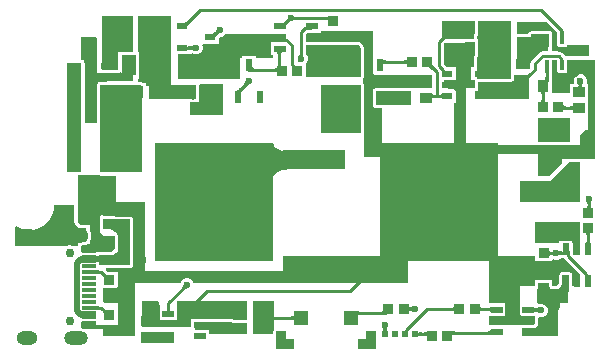
<source format=gbr>
G04*
G04 #@! TF.GenerationSoftware,Altium Limited,Altium Designer,25.2.1 (25)*
G04*
G04 Layer_Physical_Order=1*
G04 Layer_Color=255*
%FSLAX25Y25*%
%MOIN*%
G70*
G04*
G04 #@! TF.SameCoordinates,44C634AB-46FA-46F5-9040-7CAB15AB579A*
G04*
G04*
G04 #@! TF.FilePolarity,Positive*
G04*
G01*
G75*
%ADD14C,0.01000*%
%ADD16R,0.07087X0.03937*%
%ADD17R,0.04724X0.14567*%
%ADD18R,0.03937X0.03543*%
%ADD19R,0.07087X0.05118*%
%ADD20R,0.05118X0.07087*%
%ADD21R,0.03347X0.03740*%
%ADD22R,0.03937X0.02362*%
%ADD23R,0.02362X0.01968*%
%ADD24R,0.01968X0.01968*%
%ADD25R,0.04724X0.04724*%
%ADD26R,0.05118X0.01181*%
%ADD27R,0.03543X0.03937*%
%ADD28R,0.03740X0.03347*%
%ADD29R,0.01575X0.03347*%
%ADD30R,0.05315X0.04134*%
%ADD31R,0.02362X0.03937*%
%ADD32R,0.03740X0.02362*%
%ADD33R,0.02362X0.04134*%
%ADD34R,0.05669X0.04764*%
%ADD35R,0.04764X0.05669*%
%ADD36R,0.06693X0.04134*%
%AMCUSTOMSHAPE63*
4,1,6,0.02953,0.02953,-0.00197,0.02953,-0.00197,0.00197,-0.02953,0.00197,-0.02953,-0.02953,0.02953,-0.02953,0.02953,0.02953,0.0*%
%ADD63CUSTOMSHAPE63*%

%AMCUSTOMSHAPE64*
4,1,6,0.02953,0.00197,0.00197,0.00197,0.00197,0.02953,-0.02953,0.02953,-0.02953,-0.02953,0.02953,-0.02953,0.02953,0.00197,0.0*%
%ADD64CUSTOMSHAPE64*%

%ADD65C,0.04000*%
%ADD66C,0.06000*%
%ADD67C,0.02300*%
%ADD68C,0.02000*%
%ADD69C,0.00500*%
%ADD70O,0.07087X0.04724*%
%ADD71O,0.07874X0.04724*%
%ADD72C,0.02953*%
%ADD73R,0.39370X0.39370*%
%ADD74C,0.02362*%
G36*
X73149Y20584D02*
X73222Y20529D01*
X73301Y20480D01*
X73386Y20437D01*
X73476Y20402D01*
X73573Y20372D01*
X73675Y20349D01*
X73783Y20333D01*
X73897Y20323D01*
X74018Y20320D01*
X74018Y19320D01*
X73898Y19317D01*
X73784Y19307D01*
X73676Y19290D01*
X73574Y19267D01*
X73477Y19238D01*
X73387Y19202D01*
X73302Y19160D01*
X73223Y19110D01*
X73150Y19055D01*
X73083Y18993D01*
X73082Y20646D01*
X73149Y20584D01*
D02*
G37*
G36*
X84291Y18820D02*
X84280Y18915D01*
X84249Y19000D01*
X84198Y19075D01*
X84127Y19140D01*
X84036Y19195D01*
X83925Y19240D01*
X83793Y19275D01*
X83642Y19300D01*
X83470Y19315D01*
X83279Y19320D01*
Y20320D01*
X83469Y20322D01*
X83919Y20360D01*
X84029Y20382D01*
X84119Y20410D01*
X84189Y20443D01*
X84239Y20480D01*
X84269Y20523D01*
X84279Y20570D01*
X84291Y18820D01*
D02*
G37*
G36*
X71967Y18669D02*
X71880Y18685D01*
X71793Y18689D01*
X71706Y18682D01*
X71618Y18665D01*
X71530Y18636D01*
X71442Y18597D01*
X71354Y18547D01*
X71266Y18485D01*
X71178Y18414D01*
X71090Y18330D01*
X70561Y19216D01*
X70645Y19303D01*
X70790Y19475D01*
X70853Y19560D01*
X70909Y19646D01*
X70958Y19731D01*
X71000Y19815D01*
X71035Y19900D01*
X71063Y19984D01*
X71085Y20068D01*
X71967Y18669D01*
D02*
G37*
G36*
X38439Y18402D02*
X38239Y18195D01*
X37923Y17824D01*
X37809Y17661D01*
X37723Y17512D01*
X37665Y17378D01*
X37636Y17258D01*
X37635Y17154D01*
X37663Y17063D01*
X37720Y16988D01*
X36290Y18362D01*
X36367Y18308D01*
X36460Y18282D01*
X36566Y18283D01*
X36686Y18314D01*
X36820Y18371D01*
X36969Y18457D01*
X37131Y18571D01*
X37308Y18713D01*
X37704Y19081D01*
X38439Y18402D01*
D02*
G37*
G36*
X71067Y18308D02*
X70869Y18103D01*
X70558Y17735D01*
X70445Y17572D01*
X70360Y17424D01*
X70303Y17290D01*
X70275Y17169D01*
Y17063D01*
X70303Y16971D01*
X70360Y16894D01*
X68946Y18308D01*
X69024Y18251D01*
X69116Y18223D01*
X69222D01*
X69342Y18251D01*
X69476Y18308D01*
X69625Y18393D01*
X69787Y18506D01*
X69964Y18647D01*
X70360Y19015D01*
X71067Y18308D01*
D02*
G37*
G36*
X48151Y14691D02*
X48066Y14711D01*
X47982Y14720D01*
X47896Y14717D01*
X47811Y14703D01*
X47724Y14677D01*
X47638Y14640D01*
X47550Y14591D01*
X47463Y14531D01*
X47437Y14510D01*
X47182Y14209D01*
X47069Y14046D01*
X46984Y13897D01*
X46927Y13763D01*
X46899Y13643D01*
Y13537D01*
X46927Y13445D01*
X46984Y13367D01*
X45570Y14781D01*
X45648Y14725D01*
X45740Y14696D01*
X45846D01*
X45966Y14725D01*
X46100Y14781D01*
X46249Y14866D01*
X46411Y14979D01*
X46588Y15121D01*
X46916Y15425D01*
X47050Y15579D01*
X47114Y15663D01*
X47224Y15828D01*
X47269Y15909D01*
X47307Y15989D01*
X47339Y16068D01*
X47365Y16146D01*
X48151Y14691D01*
D02*
G37*
G36*
X162926Y15404D02*
X162957Y15112D01*
X162984Y14993D01*
X163019Y14893D01*
X163061Y14810D01*
X163111Y14746D01*
X163169Y14701D01*
X163234Y14673D01*
X163307Y14664D01*
X161756D01*
X161788Y14673D01*
X161816Y14701D01*
X161841Y14746D01*
X161863Y14810D01*
X161881Y14893D01*
X161896Y14993D01*
X161916Y15249D01*
X161923Y15577D01*
X162923D01*
X162926Y15404D01*
D02*
G37*
G36*
X133440Y14761D02*
X133239Y14460D01*
X133162Y14070D01*
Y12885D01*
X123278D01*
X123248Y12863D01*
X123061Y12711D01*
X122632Y12310D01*
X121961Y13054D01*
X122210Y13309D01*
X122500Y13653D01*
Y19000D01*
X133440D01*
Y14761D01*
D02*
G37*
G36*
X37742Y10915D02*
X37772Y10830D01*
X37822Y10755D01*
X37892Y10690D01*
X37982Y10635D01*
X38092Y10590D01*
X38222Y10555D01*
X38372Y10530D01*
X38542Y10515D01*
X38729Y10510D01*
X38846Y10513D01*
X38960Y10523D01*
X39068Y10539D01*
X39171Y10562D01*
X39268Y10591D01*
X39358Y10627D01*
X39443Y10669D01*
X39523Y10717D01*
X39596Y10772D01*
X39663Y10834D01*
X39650Y9180D01*
X39583Y9243D01*
X39511Y9299D01*
X39432Y9348D01*
X39348Y9391D01*
X39258Y9427D01*
X39161Y9457D01*
X39059Y9480D01*
X38951Y9497D01*
X38837Y9507D01*
X38724Y9510D01*
X38542Y9505D01*
X38372Y9490D01*
X38222Y9465D01*
X38092Y9430D01*
X37982Y9385D01*
X37892Y9330D01*
X37822Y9265D01*
X37772Y9190D01*
X37742Y9105D01*
X37732Y9010D01*
Y11010D01*
X37742Y10915D01*
D02*
G37*
G36*
X66447Y14500D02*
X70500D01*
Y12000D01*
X66000D01*
Y11840D01*
X65435D01*
Y7477D01*
X66000D01*
Y6500D01*
X60347D01*
Y7197D01*
X55985D01*
Y6500D01*
X55000D01*
Y-500D01*
X34500D01*
Y4500D01*
Y7839D01*
X38744D01*
Y7964D01*
X39244Y8171D01*
X39265Y8151D01*
X40066Y7819D01*
X40934D01*
X41736Y8151D01*
X42349Y8765D01*
X42681Y9566D01*
Y10434D01*
X42475Y10931D01*
X42807Y11431D01*
X47996D01*
Y13176D01*
X48028Y13384D01*
X48396Y13638D01*
X48934D01*
X49736Y13970D01*
X50266Y14500D01*
X64147D01*
Y14556D01*
X66447Y14568D01*
Y14500D01*
D02*
G37*
G36*
X69112Y8491D02*
X69027Y8461D01*
X68952Y8410D01*
X68887Y8339D01*
X68832Y8248D01*
X68787Y8137D01*
X68752Y8005D01*
X68727Y7854D01*
X68712Y7682D01*
X68707Y7489D01*
X67707D01*
X67702Y7682D01*
X67687Y7854D01*
X67662Y8005D01*
X67627Y8137D01*
X67582Y8248D01*
X67527Y8339D01*
X67462Y8410D01*
X67387Y8461D01*
X67302Y8491D01*
X67207Y8501D01*
X69207D01*
X69112Y8491D01*
D02*
G37*
G36*
X160744Y15093D02*
Y14782D01*
X160743Y14777D01*
X160744Y14762D01*
Y14702D01*
X160737Y14664D01*
X160744Y14626D01*
Y11500D01*
Y11342D01*
X160748Y11342D01*
X160747Y11335D01*
X160747Y11316D01*
X160744Y10708D01*
Y10330D01*
X164319D01*
Y11000D01*
X171500D01*
Y7686D01*
X171182Y7318D01*
X163477D01*
X163341Y7521D01*
X162463Y8399D01*
X161967Y8731D01*
X161381Y8847D01*
X159000D01*
Y10330D01*
X159201D01*
Y11500D01*
Y14664D01*
X159197D01*
X159198Y14671D01*
X159199Y14690D01*
X159201Y15297D01*
Y15676D01*
X155626D01*
Y15520D01*
X152226D01*
X151836Y15442D01*
X151505Y15221D01*
X151284Y14890D01*
X151232Y14624D01*
X147500D01*
Y18500D01*
X157337D01*
X160744Y15093D01*
D02*
G37*
G36*
X76065Y8187D02*
X76068Y8067D01*
X76078Y7953D01*
X76094Y7844D01*
X76117Y7742D01*
X76146Y7645D01*
X76182Y7555D01*
X76225Y7470D01*
X76274Y7391D01*
X76329Y7318D01*
X76391Y7251D01*
X74737Y7255D01*
X74800Y7322D01*
X74855Y7395D01*
X74904Y7473D01*
X74947Y7558D01*
X74983Y7648D01*
X75012Y7745D01*
X75035Y7847D01*
X75052Y7955D01*
X75062Y8069D01*
X75065Y8189D01*
X76065Y8187D01*
D02*
G37*
G36*
X162761Y6319D02*
X162781Y6034D01*
X162793Y5964D01*
X162808Y5907D01*
X162825Y5863D01*
X162845Y5831D01*
X162868Y5812D01*
X162893Y5806D01*
X161756D01*
X161757Y5812D01*
X161758Y5831D01*
X161760Y6439D01*
X162760D01*
X162761Y6319D01*
D02*
G37*
G36*
X110735Y4328D02*
X110725Y4423D01*
X110695Y4508D01*
X110644Y4583D01*
X110573Y4648D01*
X110482Y4703D01*
X110371Y4748D01*
X110239Y4783D01*
X110087Y4808D01*
X109915Y4823D01*
X109723Y4828D01*
Y5828D01*
X109915Y5833D01*
X110087Y5848D01*
X110239Y5873D01*
X110371Y5908D01*
X110482Y5953D01*
X110573Y6008D01*
X110644Y6073D01*
X110695Y6148D01*
X110725Y6233D01*
X110735Y6328D01*
Y4328D01*
D02*
G37*
G36*
X102849Y6117D02*
X102879Y6056D01*
X102929Y6003D01*
X102999Y5956D01*
X103089Y5917D01*
X103199Y5885D01*
X103329Y5860D01*
X103479Y5842D01*
X103649Y5831D01*
X103839Y5828D01*
Y4828D01*
X103648Y4823D01*
X103476Y4808D01*
X103325Y4783D01*
X103193Y4748D01*
X103082Y4703D01*
X102991Y4648D01*
X102920Y4583D01*
X102869Y4508D01*
X102838Y4423D01*
X102827Y4328D01*
X102839Y6185D01*
X102849Y6117D01*
D02*
G37*
G36*
X68712Y5025D02*
X68727Y4853D01*
X68752Y4702D01*
X68787Y4570D01*
X68832Y4459D01*
X68887Y4368D01*
X68952Y4297D01*
X69027Y4246D01*
X69112Y4215D01*
X69207Y4204D01*
X67545Y4216D01*
X67576Y4226D01*
X67603Y4256D01*
X67628Y4306D01*
X67649Y4376D01*
X67666Y4466D01*
X67681Y4576D01*
X67700Y4856D01*
X67707Y5216D01*
X68707D01*
X68712Y5025D01*
D02*
G37*
G36*
X158000Y10428D02*
X157980Y10330D01*
Y8847D01*
X156005D01*
X155420Y8731D01*
X154923Y8399D01*
X152406Y5882D01*
X152074Y5385D01*
X151958Y4800D01*
Y3413D01*
X151544Y3000D01*
X147500D01*
Y13605D01*
X152226D01*
Y14500D01*
X158000D01*
Y10428D01*
D02*
G37*
G36*
X119107Y4806D02*
X119079Y4714D01*
Y4608D01*
X119107Y4488D01*
X119164Y4354D01*
X119248Y4205D01*
X119362Y4042D01*
X119503Y3866D01*
X119871Y3470D01*
X119164Y2763D01*
X118958Y2960D01*
X118591Y3272D01*
X118428Y3385D01*
X118280Y3470D01*
X118145Y3526D01*
X118025Y3554D01*
X117919D01*
X117827Y3526D01*
X117749Y3470D01*
X119164Y4884D01*
X119107Y4806D01*
D02*
G37*
G36*
X19500Y8690D02*
X14537D01*
Y2698D01*
X9049D01*
Y13034D01*
Y20500D01*
X19500D01*
Y8690D01*
D02*
G37*
G36*
X59334Y3509D02*
X59365Y3424D01*
X59416Y3348D01*
X59487Y3283D01*
X59578Y3229D01*
X59690Y3184D01*
X59821Y3148D01*
X59972Y3124D01*
X60144Y3108D01*
X60335Y3104D01*
Y2104D01*
X59335Y2075D01*
X59323Y3604D01*
X59334Y3509D01*
D02*
G37*
G36*
X67557Y1603D02*
X67547Y1698D01*
X67517Y1784D01*
X67466Y1859D01*
X67396Y1924D01*
X67304Y1979D01*
X67193Y2024D01*
X67062Y2059D01*
X66910Y2083D01*
X66738Y2098D01*
X66545Y2104D01*
Y3104D01*
X66738Y3108D01*
X66910Y3124D01*
X67062Y3148D01*
X67193Y3184D01*
X67304Y3229D01*
X67396Y3283D01*
X67466Y3348D01*
X67517Y3424D01*
X67547Y3509D01*
X67557Y3604D01*
Y1603D01*
D02*
G37*
G36*
X158137Y2473D02*
X158090Y2444D01*
X158048Y2393D01*
X158013Y2324D01*
X157982Y2234D01*
X157958Y2124D01*
X157938Y1994D01*
X157925Y1843D01*
X157914Y1484D01*
X156914D01*
X156911Y1674D01*
X156889Y1994D01*
X156869Y2124D01*
X156845Y2234D01*
X156814Y2324D01*
X156779Y2393D01*
X156737Y2444D01*
X156691Y2473D01*
X156638Y2483D01*
X158189D01*
X158137Y2473D01*
D02*
G37*
G36*
X173500Y-5000D02*
Y-27000D01*
X162500D01*
Y-28500D01*
X158328Y-32672D01*
X154500D01*
Y-25500D01*
X140000D01*
Y-22500D01*
X168500D01*
Y-19000D01*
X170000Y-17500D01*
X170960D01*
X171000Y-17485D01*
Y-12929D01*
X171197D01*
Y-7614D01*
Y-5000D01*
Y-2071D01*
X170964D01*
X170686Y-1655D01*
X170772Y-1448D01*
Y-581D01*
X170440Y221D01*
X169826Y835D01*
X169025Y1166D01*
X168157D01*
X167355Y835D01*
X166742Y221D01*
X166410Y-581D01*
Y-1448D01*
X166495Y-1655D01*
X166218Y-2071D01*
X165260D01*
Y-5000D01*
X159000D01*
Y1472D01*
X159201D01*
Y2445D01*
X159209Y2483D01*
X159201Y2522D01*
Y5788D01*
X160731D01*
Y4416D01*
X160744Y4348D01*
Y2483D01*
X160748Y2483D01*
X160747Y2477D01*
X160747Y2458D01*
X160745Y2065D01*
X160767Y2044D01*
X160917Y1924D01*
X161074Y1818D01*
X161235Y1726D01*
X161403Y1648D01*
X161577Y1585D01*
X161756Y1535D01*
X161942Y1500D01*
X162133Y1479D01*
X162330Y1472D01*
X164319D01*
Y6000D01*
X173500D01*
Y-5000D01*
D02*
G37*
G36*
X99500Y7197D02*
X99489D01*
Y1570D01*
X99489Y1260D01*
X99494Y1102D01*
Y1102D01*
X99500Y907D01*
Y907D01*
X99753Y654D01*
X99996Y897D01*
X100459Y1000D01*
X119227D01*
Y-3500D01*
X100123D01*
Y-3575D01*
X100110Y-3578D01*
X100031Y-3630D01*
X99489D01*
Y-4475D01*
X99480Y-4520D01*
Y-9000D01*
X99489Y-9044D01*
Y-9567D01*
X99676D01*
X99779Y-9721D01*
X100110Y-9942D01*
X100500Y-10020D01*
X102500D01*
Y-21766D01*
X102615Y-21833D01*
X102750Y-21891D01*
X102869Y-21920D01*
X102975Y-21921D01*
X103066Y-21894D01*
X103143Y-21839D01*
X102500Y-22482D01*
Y-26500D01*
X96851D01*
X96498Y-26146D01*
X96505Y-18573D01*
X96520Y-18500D01*
Y-3500D01*
Y-2500D01*
X96442Y-2110D01*
X96221Y-1779D01*
X96000Y-1631D01*
Y-543D01*
X96050Y-510D01*
X96106Y-426D01*
X96177Y-355D01*
X96182Y-347D01*
X96182Y-347D01*
X96182Y-347D01*
X96182Y-347D01*
X96220Y-255D01*
X96271Y-179D01*
X96289Y-89D01*
X96291Y-83D01*
X96294Y-78D01*
X96295Y-73D01*
X96334Y20D01*
X96352Y113D01*
Y213D01*
X96372Y312D01*
Y10086D01*
X96352Y10185D01*
X96352Y10285D01*
X96334Y10378D01*
X96295Y10471D01*
X96294Y10477D01*
X96291Y10482D01*
X96224Y10642D01*
X96223Y10648D01*
X96220Y10653D01*
X96182Y10746D01*
X96129Y10824D01*
X96058Y10895D01*
X96002Y10979D01*
X96000Y10981D01*
Y11702D01*
X95702Y12000D01*
X77094D01*
Y14604D01*
X77418Y14928D01*
X78352D01*
X78500Y14958D01*
X82002D01*
Y15500D01*
X99500D01*
Y7197D01*
D02*
G37*
G36*
X152315Y900D02*
X152068Y647D01*
X151514Y-11D01*
X151392Y-197D01*
X151349Y-274D01*
Y-7022D01*
X133522D01*
X133500Y-7000D01*
Y-4520D01*
X133890Y-4442D01*
X134221Y-4221D01*
X134442Y-3890D01*
X134520Y-3500D01*
Y-1272D01*
X139313D01*
Y-1304D01*
X145053D01*
Y-1272D01*
X145500D01*
X145890Y-1195D01*
X146221Y-974D01*
X146442Y-643D01*
X146520Y-253D01*
Y1026D01*
X150880Y1035D01*
X150900Y1015D01*
X150909Y1020D01*
X151079Y1141D01*
X151267Y1295D01*
X151700Y1700D01*
X152315Y900D01*
D02*
G37*
G36*
X95210Y10329D02*
X95281Y10258D01*
X95281Y10258D01*
X95283Y10252D01*
X95349Y10091D01*
X95352Y10087D01*
X95352Y10086D01*
X95352Y9986D01*
X95352Y9986D01*
Y312D01*
X95352Y311D01*
X95349Y306D01*
X95346Y300D01*
X95329Y211D01*
X77006D01*
Y4768D01*
X77411Y5174D01*
X77743Y5976D01*
Y6843D01*
X77411Y7645D01*
X77094Y7962D01*
Y10799D01*
X94740D01*
X95210Y10329D01*
D02*
G37*
G36*
X145500Y13500D02*
Y-253D01*
X134181D01*
Y6868D01*
X134460D01*
Y12805D01*
X134181D01*
Y14070D01*
X134460D01*
Y19000D01*
X145500D01*
Y13500D01*
D02*
G37*
G36*
X157865Y-707D02*
X156414Y-719D01*
X156509Y-708D01*
X156594Y-677D01*
X156669Y-626D01*
X156734Y-555D01*
X156789Y-464D01*
X156834Y-353D01*
X156869Y-221D01*
X156894Y-70D01*
X156909Y102D01*
X156914Y293D01*
X157914D01*
X157865Y-707D01*
D02*
G37*
G36*
X58017Y-2181D02*
X57926Y-2187D01*
X57835Y-2201D01*
X57745Y-2223D01*
X57655Y-2255D01*
X57566Y-2294D01*
X57477Y-2343D01*
X57388Y-2400D01*
X57300Y-2465D01*
X57213Y-2539D01*
X57126Y-2622D01*
X56400Y-1933D01*
X56482Y-1846D01*
X56556Y-1758D01*
X56621Y-1670D01*
X56676Y-1581D01*
X56722Y-1492D01*
X56760Y-1403D01*
X56788Y-1313D01*
X56808Y-1223D01*
X56818Y-1132D01*
X56820Y-1040D01*
X58017Y-2181D01*
D02*
G37*
G36*
X169355Y-1925D02*
X169300Y-1998D01*
X169251Y-2077D01*
X169208Y-2161D01*
X169173Y-2252D01*
X169143Y-2348D01*
X169120Y-2451D01*
X169116Y-2479D01*
X169136Y-2599D01*
X169171Y-2730D01*
X169216Y-2842D01*
X169271Y-2933D01*
X169336Y-3004D01*
X169411Y-3054D01*
X169496Y-3085D01*
X169591Y-3095D01*
X167591D01*
X167686Y-3085D01*
X167771Y-3054D01*
X167846Y-3004D01*
X167911Y-2933D01*
X167966Y-2842D01*
X168011Y-2730D01*
X168046Y-2599D01*
X168066Y-2479D01*
X168061Y-2451D01*
X168038Y-2348D01*
X168009Y-2252D01*
X167973Y-2161D01*
X167931Y-2077D01*
X167882Y-1998D01*
X167826Y-1925D01*
X167764Y-1858D01*
X169418D01*
X169355Y-1925D01*
D02*
G37*
G36*
X56010Y-3738D02*
X55878Y-3872D01*
X55604Y-4191D01*
X55552Y-4268D01*
X55521Y-4332D01*
X55510Y-4382D01*
X55518Y-4417D01*
X55547Y-4438D01*
X55595Y-4445D01*
X53257D01*
X53387Y-4434D01*
X53527Y-4403D01*
X53674Y-4350D01*
X53831Y-4275D01*
X53996Y-4180D01*
X54169Y-4063D01*
X54351Y-3925D01*
X54741Y-3586D01*
X54949Y-3384D01*
X56010Y-3738D01*
D02*
G37*
G36*
X157109Y-4618D02*
X157024Y-4648D01*
X156949Y-4699D01*
X156884Y-4770D01*
X156829Y-4861D01*
X156784Y-4972D01*
X156749Y-5104D01*
X156724Y-5256D01*
X156709Y-5428D01*
X156704Y-5620D01*
X155704D01*
X155699Y-5428D01*
X155684Y-5256D01*
X155659Y-5104D01*
X155624Y-4972D01*
X155579Y-4861D01*
X155524Y-4770D01*
X155459Y-4699D01*
X155384Y-4648D01*
X155299Y-4618D01*
X155204Y-4608D01*
X157204D01*
X157109Y-4618D01*
D02*
G37*
G36*
X122464Y-7106D02*
X122454Y-7011D01*
X122424Y-6926D01*
X122373Y-6851D01*
X122302Y-6786D01*
X122211Y-6731D01*
X122100Y-6686D01*
X121968Y-6651D01*
X121817Y-6626D01*
X121645Y-6611D01*
X121452Y-6606D01*
Y-5606D01*
X121645Y-5601D01*
X121817Y-5586D01*
X121968Y-5561D01*
X122100Y-5526D01*
X122211Y-5481D01*
X122302Y-5426D01*
X122373Y-5361D01*
X122424Y-5286D01*
X122454Y-5201D01*
X122464Y-5106D01*
Y-7106D01*
D02*
G37*
G36*
X119243Y-5201D02*
X119273Y-5286D01*
X119324Y-5361D01*
X119395Y-5426D01*
X119486Y-5481D01*
X119597Y-5526D01*
X119729Y-5561D01*
X119880Y-5586D01*
X120053Y-5601D01*
X120245Y-5606D01*
Y-6606D01*
X120053Y-6611D01*
X119880Y-6626D01*
X119729Y-6651D01*
X119597Y-6686D01*
X119486Y-6731D01*
X119395Y-6786D01*
X119324Y-6851D01*
X119273Y-6926D01*
X119243Y-7011D01*
X119233Y-7106D01*
Y-5106D01*
X119243Y-5201D01*
D02*
G37*
G36*
X32000Y-2433D02*
X40500D01*
Y-7062D01*
X40479Y-7166D01*
Y-7172D01*
X39722D01*
X39624Y-7192D01*
X39477D01*
X39379Y-7172D01*
X38500D01*
X38328Y-7207D01*
X24676D01*
Y-2603D01*
X23766D01*
Y-1661D01*
X22554D01*
X22549Y-1659D01*
X22398Y-1558D01*
X22381Y-1555D01*
X22365Y-1545D01*
X22186Y-1516D01*
X22008Y-1480D01*
X21000D01*
Y-397D01*
X21655D01*
Y8690D01*
X21000D01*
Y20500D01*
X32000D01*
Y-2433D01*
D02*
G37*
G36*
X156709Y-7156D02*
X156724Y-7328D01*
X156749Y-7480D01*
X156784Y-7612D01*
X156829Y-7723D01*
X156884Y-7814D01*
X156949Y-7885D01*
X157024Y-7936D01*
X157109Y-7966D01*
X157204Y-7976D01*
X155204D01*
X155299Y-7966D01*
X155384Y-7936D01*
X155459Y-7885D01*
X155524Y-7814D01*
X155579Y-7723D01*
X155624Y-7612D01*
X155659Y-7480D01*
X155684Y-7328D01*
X155699Y-7156D01*
X155704Y-6964D01*
X156704D01*
X156709Y-7156D01*
D02*
G37*
G36*
X49500Y-12500D02*
X38500D01*
Y-8192D01*
X39379D01*
X39527Y-8221D01*
X39575D01*
X39722Y-8192D01*
X41479D01*
Y-7365D01*
X41520Y-7163D01*
Y-2433D01*
X41881Y-2000D01*
X49500D01*
Y-12500D01*
D02*
G37*
G36*
X112000Y-9000D02*
X100500D01*
Y-4520D01*
X112000D01*
Y-9000D01*
D02*
G37*
G36*
X166284Y-10917D02*
X166274Y-10822D01*
X166244Y-10737D01*
X166193Y-10662D01*
X166122Y-10597D01*
X166031Y-10542D01*
X165920Y-10497D01*
X165788Y-10462D01*
X165636Y-10437D01*
X165464Y-10422D01*
X165272Y-10417D01*
Y-9417D01*
X165464Y-9412D01*
X165636Y-9397D01*
X165788Y-9372D01*
X165920Y-9337D01*
X166031Y-9292D01*
X166122Y-9237D01*
X166193Y-9172D01*
X166244Y-9097D01*
X166274Y-9012D01*
X166284Y-8917D01*
Y-10917D01*
D02*
G37*
G36*
X162981Y-9012D02*
X163012Y-9097D01*
X163062Y-9172D01*
X163133Y-9237D01*
X163224Y-9292D01*
X163336Y-9337D01*
X163467Y-9372D01*
X163619Y-9397D01*
X163791Y-9412D01*
X163983Y-9417D01*
Y-10417D01*
X163791Y-10422D01*
X163619Y-10437D01*
X163467Y-10462D01*
X163336Y-10497D01*
X163224Y-10542D01*
X163133Y-10597D01*
X163062Y-10662D01*
X163012Y-10737D01*
X162981Y-10822D01*
X162971Y-10917D01*
Y-8917D01*
X162981Y-9012D01*
D02*
G37*
G36*
X7500Y13047D02*
Y1500D01*
X7981D01*
Y1668D01*
X8172Y1664D01*
X8491Y1633D01*
X8621Y1606D01*
X8731Y1571D01*
X8822Y1528D01*
X8860Y1500D01*
X12729D01*
X12787Y1668D01*
X13224Y1596D01*
X13254Y1606D01*
X13385Y1633D01*
X13534Y1653D01*
X13704Y1664D01*
X13894Y1668D01*
Y1500D01*
X14549D01*
Y1668D01*
X14741Y1673D01*
X14912Y1688D01*
X15064Y1713D01*
X15195Y1748D01*
X15306Y1793D01*
X15398Y1848D01*
X15469Y1913D01*
X15520Y1988D01*
X15551Y2073D01*
X15561Y2168D01*
X15557Y1649D01*
X15668Y1668D01*
Y1500D01*
X16000D01*
Y6000D01*
X19500D01*
Y-1000D01*
X9000D01*
Y-1450D01*
X7970D01*
Y-1652D01*
X7969Y-1652D01*
X7951Y-1664D01*
X7951Y-1664D01*
X7951Y-1664D01*
X7880Y-1735D01*
X7814Y-1779D01*
X7770Y-1845D01*
X7670Y-1945D01*
X7670Y-1945D01*
X7670Y-1945D01*
X7615Y-2076D01*
X7593Y-2110D01*
X7586Y-2149D01*
X7564Y-2202D01*
X7558Y-2210D01*
X7556Y-2220D01*
X7518Y-2313D01*
Y-2313D01*
X7518Y-2313D01*
X7500Y-2402D01*
Y-2502D01*
X7480Y-2600D01*
Y-8945D01*
X7500Y-9043D01*
X7500Y-9144D01*
X7520Y-9244D01*
X7558Y-9337D01*
X7575Y-9418D01*
Y-14610D01*
X7558Y-14691D01*
X7520Y-14783D01*
X7500Y-14884D01*
Y-14984D01*
X7497Y-15000D01*
X3337D01*
Y5000D01*
X3260Y5390D01*
X3080Y5660D01*
Y6030D01*
X2000D01*
Y13473D01*
X7023Y13541D01*
X7500Y13047D01*
D02*
G37*
G36*
X95500Y-18500D02*
X82000D01*
Y-14520D01*
X81969D01*
X82000Y-14516D01*
Y-2500D01*
X95500D01*
Y-18500D01*
D02*
G37*
G36*
X165000Y-21480D02*
X154611D01*
Y-13500D01*
X165000D01*
Y-21480D01*
D02*
G37*
G36*
X133440Y7559D02*
X133239Y7259D01*
X133162Y6868D01*
Y3555D01*
X132267D01*
Y-807D01*
X133349D01*
X133460Y-974D01*
X133500Y-1000D01*
Y-3500D01*
X130500D01*
Y-23500D01*
X126500D01*
Y-8287D01*
X127181D01*
Y-3925D01*
X126500D01*
Y-3500D01*
X123000D01*
Y-807D01*
X127181D01*
Y3555D01*
X124005D01*
X123967Y3593D01*
X123838Y3786D01*
X123039Y4585D01*
Y11261D01*
X123278Y11500D01*
X133440D01*
Y7559D01*
D02*
G37*
G36*
X104994Y-24379D02*
X105082Y-24451D01*
X105169Y-24511D01*
X105256Y-24559D01*
X105343Y-24596D01*
X105428Y-24621D01*
X105513Y-24634D01*
X105598Y-24636D01*
X105682Y-24625D01*
X105765Y-24604D01*
X105010Y-26075D01*
X104984Y-25999D01*
X104951Y-25922D01*
X104911Y-25844D01*
X104865Y-25764D01*
X104755Y-25602D01*
X104690Y-25519D01*
X104541Y-25349D01*
X104456Y-25262D01*
X104905Y-24296D01*
X104994Y-24379D01*
D02*
G37*
G36*
X109231Y-26551D02*
X109165Y-26489D01*
X109092Y-26433D01*
X109013Y-26384D01*
X108928Y-26342D01*
X108838Y-26306D01*
X108741Y-26276D01*
X108639Y-26254D01*
X108530Y-26237D01*
X108416Y-26228D01*
X108296Y-26224D01*
Y-25224D01*
X108416Y-25221D01*
X108530Y-25211D01*
X108639Y-25195D01*
X108741Y-25172D01*
X108838Y-25143D01*
X108928Y-25107D01*
X109013Y-25064D01*
X109092Y-25015D01*
X109165Y-24960D01*
X109231Y-24897D01*
Y-26551D01*
D02*
G37*
G36*
X107048Y-24960D02*
X107121Y-25015D01*
X107200Y-25064D01*
X107285Y-25107D01*
X107375Y-25143D01*
X107472Y-25172D01*
X107574Y-25195D01*
X107683Y-25211D01*
X107797Y-25221D01*
X107917Y-25224D01*
Y-26224D01*
X107797Y-26228D01*
X107683Y-26237D01*
X107574Y-26254D01*
X107472Y-26276D01*
X107375Y-26306D01*
X107285Y-26342D01*
X107200Y-26384D01*
X107121Y-26433D01*
X107048Y-26489D01*
X106982Y-26551D01*
Y-24897D01*
X107048Y-24960D01*
D02*
G37*
G36*
X51169Y-26896D02*
X51100Y-26911D01*
X51039Y-26939D01*
X50984Y-26978D01*
X50937Y-27030D01*
X50897Y-27094D01*
X50865Y-27170D01*
X50839Y-27258D01*
X50821Y-27358D01*
X50810Y-27470D01*
X50806Y-27595D01*
X49806Y-27374D01*
X49872Y-26003D01*
X51169Y-26896D01*
D02*
G37*
G36*
X2318Y-31497D02*
X2315Y-31500D01*
X-2500D01*
Y5000D01*
X2318Y5000D01*
Y-31497D01*
D02*
G37*
G36*
X22500Y-2958D02*
X22500Y-6500D01*
Y-31539D01*
X8600D01*
X8500Y-31519D01*
Y-15083D01*
X8520Y-14982D01*
X8594D01*
Y-9045D01*
X8520D01*
X8500Y-8945D01*
Y-2600D01*
X8518Y-2512D01*
X8535Y-2500D01*
X22008D01*
X22500Y-2958D01*
D02*
G37*
G36*
X66331Y-22335D02*
X66511Y-22789D01*
X66812Y-23190D01*
X67232Y-23538D01*
X67772Y-23832D01*
X68432Y-24072D01*
X69212Y-24259D01*
X69520Y-24305D01*
Y-24000D01*
X90000D01*
Y-30500D01*
X72272D01*
X71130Y-30530D01*
X70108Y-30620D01*
X69207Y-30770D01*
X68425Y-30980D01*
X67764Y-31250D01*
X67223Y-31580D01*
X66802Y-31970D01*
X66501Y-32420D01*
X66320Y-32930D01*
X66259Y-33500D01*
X66272Y-21827D01*
X66331Y-22335D01*
D02*
G37*
G36*
X50816Y-32550D02*
X50953Y-34310D01*
X51035Y-34790D01*
X51136Y-35215D01*
X51255Y-35587D01*
X51392Y-35904D01*
X51548Y-36168D01*
X51722Y-36379D01*
X48891D01*
X49065Y-36168D01*
X49221Y-35904D01*
X49358Y-35587D01*
X49477Y-35215D01*
X49578Y-34790D01*
X49660Y-34310D01*
X49770Y-33191D01*
X49797Y-32550D01*
X49806Y-31855D01*
X50806D01*
X50816Y-32550D01*
D02*
G37*
G36*
X168500Y-41500D02*
X148500D01*
Y-34500D01*
X158500D01*
X159272Y-33728D01*
X159369D01*
Y-33631D01*
X164980Y-28020D01*
X168500D01*
Y-41500D01*
D02*
G37*
G36*
X172265Y-41410D02*
X172209Y-41483D01*
X172160Y-41562D01*
X172118Y-41647D01*
X172082Y-41737D01*
X172052Y-41834D01*
X172029Y-41936D01*
X172013Y-42044D01*
X172003Y-42159D01*
X172000Y-42279D01*
X171000D01*
X170997Y-42159D01*
X170987Y-42044D01*
X170971Y-41936D01*
X170948Y-41834D01*
X170918Y-41737D01*
X170882Y-41647D01*
X170840Y-41562D01*
X170791Y-41483D01*
X170735Y-41410D01*
X170673Y-41344D01*
X172327D01*
X172265Y-41410D01*
D02*
G37*
G36*
X172005Y-42497D02*
X172020Y-42669D01*
X172045Y-42821D01*
X172080Y-42953D01*
X172125Y-43064D01*
X172180Y-43155D01*
X172245Y-43226D01*
X172320Y-43277D01*
X172405Y-43307D01*
X172500Y-43317D01*
X170500D01*
X170595Y-43307D01*
X170680Y-43277D01*
X170755Y-43226D01*
X170820Y-43155D01*
X170875Y-43064D01*
X170920Y-42953D01*
X170955Y-42821D01*
X170980Y-42669D01*
X170995Y-42497D01*
X171000Y-42305D01*
X172000D01*
X172005Y-42497D01*
D02*
G37*
G36*
X-20Y-48000D02*
X58Y-48390D01*
X279Y-48721D01*
X1279Y-49721D01*
X1610Y-49942D01*
X2000Y-50020D01*
X3980D01*
Y-50952D01*
X4006Y-51082D01*
X4015Y-51215D01*
X4045Y-51276D01*
X4058Y-51342D01*
X4121Y-51437D01*
X4398Y-52104D01*
X4478Y-52715D01*
X4398Y-53327D01*
X4121Y-53994D01*
X4058Y-54089D01*
X4045Y-54155D01*
X4015Y-54215D01*
X4006Y-54348D01*
X3980Y-54479D01*
Y-54486D01*
X3879Y-54506D01*
X3746Y-54515D01*
X3685Y-54545D01*
X3619Y-54558D01*
X3508Y-54632D01*
X3389Y-54691D01*
X3316Y-54747D01*
X1188D01*
Y-55522D01*
X1058Y-55716D01*
X1002Y-56000D01*
X-737D01*
X-1053Y-55869D01*
X-2039D01*
X-2355Y-56000D01*
X-20000D01*
Y-49605D01*
X-19500Y-49423D01*
X-18164Y-50137D01*
X-16613Y-50608D01*
X-15000Y-50767D01*
X-13387Y-50608D01*
X-11836Y-50137D01*
X-10407Y-49373D01*
X-9155Y-48345D01*
X-8127Y-47093D01*
X-7363Y-45663D01*
X-6892Y-44113D01*
X-6733Y-42500D01*
X-20D01*
Y-48000D01*
D02*
G37*
G36*
X172094Y-51756D02*
X172009Y-51786D01*
X171934Y-51836D01*
X171869Y-51906D01*
X171814Y-51996D01*
X171769Y-52106D01*
X171734Y-52236D01*
X171709Y-52386D01*
X171694Y-52556D01*
X171689Y-52746D01*
X170689D01*
X170684Y-52556D01*
X170669Y-52386D01*
X170644Y-52236D01*
X170609Y-52106D01*
X170564Y-51996D01*
X170509Y-51906D01*
X170444Y-51836D01*
X170369Y-51786D01*
X170284Y-51756D01*
X170189Y-51746D01*
X172189D01*
X172094Y-51756D01*
D02*
G37*
G36*
X171694Y-54273D02*
X171709Y-54445D01*
X171734Y-54597D01*
X171769Y-54728D01*
X171814Y-54839D01*
X171869Y-54931D01*
X171934Y-55001D01*
X172009Y-55052D01*
X172094Y-55082D01*
X172189Y-55093D01*
X170189D01*
X170284Y-55082D01*
X170369Y-55052D01*
X170444Y-55001D01*
X170509Y-54931D01*
X170564Y-54839D01*
X170609Y-54728D01*
X170644Y-54597D01*
X170669Y-54445D01*
X170684Y-54273D01*
X170689Y-54080D01*
X171689D01*
X171694Y-54273D01*
D02*
G37*
G36*
X110072Y-53536D02*
X108956Y-54133D01*
X108360Y-55249D01*
X107276Y-54919D01*
X107615Y-54357D01*
X108905Y-54082D01*
X109180Y-52792D01*
X109742Y-52453D01*
X110072Y-53536D01*
D02*
G37*
G36*
X107590Y-56019D02*
X107507Y-56107D01*
X107435Y-56195D01*
X107375Y-56283D01*
X107326Y-56371D01*
X107288Y-56458D01*
X107262Y-56544D01*
X107247Y-56630D01*
X107244Y-56716D01*
X107252Y-56801D01*
X107271Y-56886D01*
X105826Y-56081D01*
X105906Y-56056D01*
X105986Y-56025D01*
X106067Y-55987D01*
X106149Y-55942D01*
X106231Y-55891D01*
X106399Y-55770D01*
X106484Y-55699D01*
X106656Y-55538D01*
X107590Y-56019D01*
D02*
G37*
G36*
X162540Y-58994D02*
X162530Y-58987D01*
X162500Y-58982D01*
X162450Y-58977D01*
X162180Y-58966D01*
X162157Y-58966D01*
X162062Y-58974D01*
X161954Y-58991D01*
X161852Y-59015D01*
X161757Y-59045D01*
X161667Y-59083D01*
X161584Y-59126D01*
X161506Y-59177D01*
X161435Y-59234D01*
X161370Y-59298D01*
X161316Y-57646D01*
X161385Y-57706D01*
X161459Y-57759D01*
X161539Y-57807D01*
X161625Y-57848D01*
X161717Y-57882D01*
X161814Y-57911D01*
X161917Y-57933D01*
X161936Y-57936D01*
X162054Y-57916D01*
X162186Y-57881D01*
X162297Y-57836D01*
X162388Y-57781D01*
X162459Y-57716D01*
X162510Y-57641D01*
X162541Y-57556D01*
X162552Y-57461D01*
X162540Y-58994D01*
D02*
G37*
G36*
X105804Y-58353D02*
X105719Y-58334D01*
X105634Y-58326D01*
X105548Y-58329D01*
X105462Y-58344D01*
X105375Y-58371D01*
X105288Y-58408D01*
X105201Y-58457D01*
X105113Y-58517D01*
X105025Y-58589D01*
X104936Y-58672D01*
X104456Y-57739D01*
X104617Y-57566D01*
X104687Y-57481D01*
X104809Y-57314D01*
X104860Y-57231D01*
X104904Y-57149D01*
X104943Y-57068D01*
X104974Y-56988D01*
X104999Y-56909D01*
X105804Y-58353D01*
D02*
G37*
G36*
X138733Y-57677D02*
X138723Y-57761D01*
X138724Y-57845D01*
X138738Y-57930D01*
X138762Y-58016D01*
X138799Y-58102D01*
X138847Y-58189D01*
X138907Y-58276D01*
X138979Y-58365D01*
X139062Y-58453D01*
X138096Y-58902D01*
X138010Y-58818D01*
X137757Y-58604D01*
X137675Y-58545D01*
X137514Y-58447D01*
X137436Y-58408D01*
X137359Y-58375D01*
X137283Y-58348D01*
X138755Y-57594D01*
X138733Y-57677D01*
D02*
G37*
G36*
X168402Y-52758D02*
X168500D01*
Y-59000D01*
X166304D01*
X166000Y-58696D01*
Y-55000D01*
X165890D01*
Y-54068D01*
X161528D01*
Y-55000D01*
X153500D01*
Y-48000D01*
X168402D01*
Y-52758D01*
D02*
G37*
G36*
X13796Y-47087D02*
X18425D01*
X18500Y-47163D01*
Y-62318D01*
X18371Y-62371D01*
X13447D01*
Y-62410D01*
X13409D01*
X13371Y-62371D01*
X8306D01*
Y-61243D01*
X2267D01*
Y-59306D01*
X8306D01*
Y-59034D01*
X13447Y-58985D01*
Y-59061D01*
X14518D01*
Y-58114D01*
X14524D01*
Y-52571D01*
X14518D01*
Y-51018D01*
X14154Y-50654D01*
X13512Y-51297D01*
X13307Y-51099D01*
X12939Y-50787D01*
X12777Y-50674D01*
X12628Y-50589D01*
X12494Y-50533D01*
X12374Y-50504D01*
X12268D01*
X12176Y-50533D01*
X12098Y-50589D01*
X12187Y-50500D01*
X9500D01*
Y-47000D01*
X13356D01*
X13796Y-47087D01*
D02*
G37*
G36*
X158257Y-57595D02*
X158287Y-57680D01*
X158338Y-57755D01*
X158409Y-57820D01*
X158500Y-57875D01*
X158611Y-57920D01*
X158743Y-57955D01*
X158895Y-57980D01*
X158962Y-57986D01*
X159064Y-57971D01*
X159166Y-57948D01*
X159263Y-57918D01*
X159353Y-57882D01*
X159438Y-57840D01*
X159517Y-57791D01*
X159590Y-57735D01*
X159657Y-57673D01*
Y-59327D01*
X159590Y-59265D01*
X159517Y-59209D01*
X159438Y-59160D01*
X159353Y-59118D01*
X159263Y-59082D01*
X159166Y-59052D01*
X159064Y-59029D01*
X158962Y-59014D01*
X158895Y-59020D01*
X158743Y-59045D01*
X158611Y-59080D01*
X158500Y-59125D01*
X158409Y-59180D01*
X158338Y-59245D01*
X158287Y-59320D01*
X158257Y-59405D01*
X158247Y-59500D01*
Y-57500D01*
X158257Y-57595D01*
D02*
G37*
G36*
X8294Y-65166D02*
X8104Y-65168D01*
X7654Y-65200D01*
X7544Y-65219D01*
X7454Y-65243D01*
X7384Y-65271D01*
X7334Y-65303D01*
X7304Y-65340D01*
X7294Y-65381D01*
Y-64224D01*
X7304Y-64213D01*
X7334Y-64203D01*
X7384Y-64194D01*
X7454Y-64187D01*
X7784Y-64171D01*
X8294Y-64166D01*
Y-65166D01*
D02*
G37*
G36*
X10091Y-65089D02*
X10447Y-65389D01*
X10606Y-65499D01*
X10754Y-65583D01*
X10889Y-65640D01*
X11012Y-65672D01*
X11123Y-65677D01*
X11222Y-65655D01*
X11309Y-65608D01*
X9698Y-66825D01*
X9763Y-66756D01*
X9798Y-66671D01*
X9803Y-66570D01*
X9778Y-66452D01*
X9722Y-66319D01*
X9636Y-66170D01*
X9520Y-66004D01*
X9374Y-65822D01*
X8991Y-65411D01*
X9895Y-64900D01*
X10091Y-65089D01*
D02*
G37*
G36*
X8301Y-32519D02*
X8401Y-32539D01*
X8502Y-32539D01*
X8600Y-32558D01*
X13796D01*
Y-41500D01*
X23480D01*
Y-63500D01*
X23558Y-63890D01*
X23779Y-64221D01*
X24000Y-64369D01*
X24110Y-64442D01*
X24500Y-64520D01*
X68500D01*
X68890Y-64442D01*
X69221Y-64221D01*
X69442Y-63890D01*
X69520Y-63500D01*
Y-59500D01*
X111000D01*
Y-68500D01*
X39654D01*
X39349Y-67765D01*
X38735Y-67151D01*
X37934Y-66819D01*
X37066D01*
X36265Y-67151D01*
X35651Y-67765D01*
X35346Y-68500D01*
X20000D01*
X20000Y-86000D01*
X9500D01*
Y-83655D01*
X9455Y-83628D01*
X9343Y-83583D01*
X9212Y-83548D01*
X9061Y-83523D01*
X8889Y-83508D01*
X8698Y-83503D01*
Y-83501D01*
X8295D01*
Y-83503D01*
X8161Y-83501D01*
X3104D01*
X2993Y-83455D01*
X2173Y-83347D01*
Y-81353D01*
X7275D01*
Y-82523D01*
X7287Y-82535D01*
X7295D01*
Y-82333D01*
X7305Y-82366D01*
X7335Y-82394D01*
X7385Y-82420D01*
X7455Y-82442D01*
X7545Y-82460D01*
X7655Y-82476D01*
X7935Y-82496D01*
X8295Y-82503D01*
Y-82535D01*
X8698D01*
Y-82503D01*
X9340Y-82535D01*
X9500D01*
Y-82500D01*
X14677Y-82500D01*
X14441Y-82263D01*
X14426Y-81770D01*
X14426D01*
Y-76423D01*
X14397D01*
Y-75031D01*
X10031D01*
X9500Y-74500D01*
Y-69942D01*
X14426D01*
Y-64596D01*
X11212D01*
X11196Y-64594D01*
X11192Y-64596D01*
X11092D01*
X11066Y-64577D01*
X10823Y-64373D01*
X10379Y-63929D01*
X10586Y-63429D01*
X14524D01*
Y-63391D01*
X18371D01*
X18761Y-63313D01*
X18890Y-63260D01*
X19221Y-63039D01*
X19442Y-62708D01*
X19520Y-62318D01*
Y-47163D01*
X19442Y-46773D01*
X19221Y-46442D01*
X19146Y-46367D01*
X18815Y-46145D01*
X18425Y-46068D01*
X14524D01*
Y-46058D01*
X13847D01*
X13555Y-46000D01*
X13455D01*
X13356Y-45980D01*
X9500D01*
Y-45558D01*
X9058D01*
X9000Y-45500D01*
X8601Y-45899D01*
Y-46058D01*
X8587D01*
Y-46566D01*
X8558Y-46610D01*
X8480Y-47000D01*
Y-50500D01*
X8558Y-50890D01*
X8587Y-50934D01*
Y-51601D01*
X8601D01*
Y-52584D01*
X13344D01*
X13495Y-52735D01*
Y-57102D01*
X13442Y-57155D01*
X13211Y-57201D01*
X12715Y-57533D01*
X12361Y-57886D01*
X8587D01*
Y-58012D01*
X8297Y-58015D01*
X8108Y-58054D01*
X2054D01*
X2000Y-58000D01*
Y-56107D01*
X2115D01*
X2993Y-55991D01*
X3811Y-55652D01*
X4010Y-55500D01*
X5500D01*
X5000Y-55000D01*
Y-54479D01*
X5052Y-54411D01*
X5391Y-53593D01*
X5507Y-52715D01*
X5391Y-51838D01*
X5052Y-51020D01*
X5000Y-50952D01*
Y-49000D01*
X2000D01*
X1000Y-48000D01*
Y-32520D01*
X2315D01*
X2413Y-32500D01*
X8256D01*
X8301Y-32519D01*
D02*
G37*
G36*
X153531Y-61011D02*
X159271D01*
Y-60802D01*
X159687Y-60524D01*
X160066Y-60681D01*
X160934D01*
X161735Y-60349D01*
X162010Y-60075D01*
X162086Y-60024D01*
X162105Y-60005D01*
X162495D01*
X162532Y-60013D01*
X162572Y-60005D01*
X163092D01*
X163309Y-60330D01*
X168500Y-65522D01*
Y-69500D01*
X165890D01*
Y-65293D01*
X165867Y-65271D01*
X165717Y-65151D01*
X165561Y-65045D01*
X165399Y-64953D01*
X165231Y-64875D01*
X165058Y-64811D01*
X164878Y-64762D01*
X164693Y-64727D01*
X164501Y-64705D01*
X164305Y-64698D01*
X161528D01*
Y-68171D01*
X161520Y-68209D01*
X161528Y-68247D01*
Y-68434D01*
X161317Y-68683D01*
X160501Y-69500D01*
X159271D01*
Y-67493D01*
X153531D01*
Y-69500D01*
X148500D01*
Y-74978D01*
X148346Y-75088D01*
X148346D01*
Y-79450D01*
X153522D01*
Y-81910D01*
X152980Y-82453D01*
X138354Y-82499D01*
X138000Y-82146D01*
Y-79450D01*
X143654D01*
Y-75088D01*
X138000D01*
Y-59500D01*
X153531D01*
Y-61011D01*
D02*
G37*
G36*
X164541Y-65736D02*
X164647Y-65756D01*
X164746Y-65783D01*
X164841Y-65818D01*
X164871Y-65832D01*
Y-67960D01*
X164500Y-75000D01*
X161000D01*
Y-86000D01*
X149500D01*
X149462Y-86038D01*
X149000Y-85847D01*
Y-83485D01*
X152983Y-83472D01*
X153175Y-83433D01*
X153370Y-83395D01*
X153371Y-83394D01*
X153373Y-83393D01*
X153537Y-83283D01*
X153675Y-83190D01*
X154283D01*
Y-82571D01*
X154464Y-82300D01*
X154542Y-81910D01*
Y-79914D01*
X154958Y-79636D01*
X155066Y-79681D01*
X155934D01*
X156736Y-79349D01*
X157349Y-78736D01*
X157681Y-77934D01*
Y-77066D01*
X157349Y-76265D01*
X156736Y-75651D01*
X155934Y-75319D01*
X155066D01*
X154699Y-75471D01*
X154283Y-75193D01*
Y-75088D01*
X154000D01*
Y-70389D01*
X154252Y-70221D01*
X154473Y-69890D01*
X154550Y-69500D01*
Y-68512D01*
X158251D01*
Y-69500D01*
X158329Y-69890D01*
X158550Y-70221D01*
X158881Y-70442D01*
X159271Y-70520D01*
X160501D01*
X160891Y-70442D01*
X161221Y-70221D01*
X162038Y-69404D01*
X162062Y-69369D01*
X162095Y-69342D01*
X162125Y-69307D01*
X162306Y-69093D01*
X162382Y-68955D01*
X162470Y-68824D01*
X162478Y-68782D01*
X162499Y-68745D01*
X162517Y-68589D01*
X162548Y-68434D01*
Y-68247D01*
X162540Y-68209D01*
X162548Y-68171D01*
Y-65728D01*
X164470D01*
X164541Y-65736D01*
D02*
G37*
G36*
X37488Y-70181D02*
X37397Y-70184D01*
X37306Y-70197D01*
X37216Y-70218D01*
X37126Y-70248D01*
X37036Y-70286D01*
X36947Y-70334D01*
X36859Y-70390D01*
X36771Y-70455D01*
X36683Y-70529D01*
X36596Y-70611D01*
X35889Y-69904D01*
X35971Y-69817D01*
X36045Y-69729D01*
X36110Y-69641D01*
X36166Y-69553D01*
X36214Y-69464D01*
X36252Y-69374D01*
X36282Y-69284D01*
X36303Y-69194D01*
X36316Y-69103D01*
X36319Y-69012D01*
X37488Y-70181D01*
D02*
G37*
G36*
X7304Y-76050D02*
X7334Y-76063D01*
X7384Y-76075D01*
X7454Y-76085D01*
X7654Y-76101D01*
X8294Y-76113D01*
Y-77113D01*
X8104Y-77114D01*
X7334Y-77163D01*
X7304Y-77177D01*
X7294Y-77192D01*
Y-76035D01*
X7304Y-76050D01*
D02*
G37*
G36*
X31806Y-76691D02*
X31821Y-76863D01*
X31846Y-77015D01*
X31881Y-77146D01*
X31926Y-77258D01*
X31981Y-77349D01*
X32046Y-77419D01*
X32121Y-77470D01*
X32206Y-77500D01*
X32301Y-77510D01*
X30301D01*
X30396Y-77500D01*
X30481Y-77470D01*
X30556Y-77419D01*
X30621Y-77349D01*
X30676Y-77258D01*
X30721Y-77146D01*
X30756Y-77015D01*
X30781Y-76863D01*
X30796Y-76691D01*
X30801Y-76499D01*
X31801D01*
X31806Y-76691D01*
D02*
G37*
G36*
X111421Y-76095D02*
X111451Y-76180D01*
X111501Y-76255D01*
X111571Y-76320D01*
X111661Y-76375D01*
X111771Y-76420D01*
X111901Y-76455D01*
X112027Y-76476D01*
X112064Y-76471D01*
X112166Y-76448D01*
X112263Y-76418D01*
X112353Y-76382D01*
X112438Y-76340D01*
X112517Y-76291D01*
X112590Y-76235D01*
X112656Y-76173D01*
Y-77827D01*
X112590Y-77765D01*
X112517Y-77709D01*
X112438Y-77660D01*
X112353Y-77618D01*
X112263Y-77582D01*
X112166Y-77552D01*
X112064Y-77529D01*
X112027Y-77524D01*
X111901Y-77545D01*
X111771Y-77580D01*
X111661Y-77625D01*
X111571Y-77680D01*
X111501Y-77745D01*
X111451Y-77820D01*
X111421Y-77905D01*
X111411Y-78000D01*
Y-76000D01*
X111421Y-76095D01*
D02*
G37*
G36*
X126626Y-78072D02*
X126616Y-77977D01*
X126586Y-77892D01*
X126536Y-77817D01*
X126466Y-77752D01*
X126376Y-77697D01*
X126266Y-77652D01*
X126136Y-77617D01*
X125986Y-77592D01*
X125816Y-77577D01*
X125626Y-77572D01*
Y-76572D01*
X125816Y-76567D01*
X125986Y-76552D01*
X126136Y-76527D01*
X126266Y-76492D01*
X126376Y-76447D01*
X126466Y-76392D01*
X126536Y-76327D01*
X126586Y-76252D01*
X126616Y-76167D01*
X126626Y-76072D01*
Y-78072D01*
D02*
G37*
G36*
X138728Y-78129D02*
X138718Y-78034D01*
X138689Y-77949D01*
X138638Y-77874D01*
X138568Y-77809D01*
X138479Y-77754D01*
X138368Y-77709D01*
X138239Y-77674D01*
X138089Y-77649D01*
X137918Y-77634D01*
X137729Y-77629D01*
Y-76629D01*
X137918Y-76624D01*
X138089Y-76609D01*
X138239Y-76584D01*
X138368Y-76549D01*
X138479Y-76504D01*
X138568Y-76449D01*
X138638Y-76384D01*
X138689Y-76309D01*
X138718Y-76224D01*
X138728Y-76129D01*
Y-78129D01*
D02*
G37*
G36*
X135064Y-76224D02*
X135095Y-76309D01*
X135145Y-76384D01*
X135216Y-76449D01*
X135307Y-76504D01*
X135418Y-76549D01*
X135550Y-76584D01*
X135702Y-76609D01*
X135874Y-76624D01*
X136066Y-76629D01*
Y-77629D01*
X135874Y-77634D01*
X135702Y-77649D01*
X135550Y-77674D01*
X135418Y-77709D01*
X135307Y-77754D01*
X135216Y-77809D01*
X135145Y-77874D01*
X135095Y-77949D01*
X135064Y-78034D01*
X135054Y-78129D01*
Y-76129D01*
X135064Y-76224D01*
D02*
G37*
G36*
X153270Y-76480D02*
X153300Y-76565D01*
X153350Y-76639D01*
X153421Y-76705D01*
X153513Y-76759D01*
X153624Y-76805D01*
X153755Y-76840D01*
X153907Y-76864D01*
X153995Y-76872D01*
X154127Y-76859D01*
X154230Y-76838D01*
X154329Y-76812D01*
X154422Y-76780D01*
X154510Y-76743D01*
X154592Y-76699D01*
X154670Y-76650D01*
X154741Y-76595D01*
X154580Y-78240D01*
X154519Y-78173D01*
X154452Y-78112D01*
X154378Y-78059D01*
X154297Y-78013D01*
X154210Y-77974D01*
X154116Y-77942D01*
X154016Y-77917D01*
X153931Y-77903D01*
X153907Y-77904D01*
X153755Y-77930D01*
X153624Y-77965D01*
X153513Y-78009D01*
X153421Y-78065D01*
X153350Y-78130D01*
X153300Y-78205D01*
X153270Y-78290D01*
X153260Y-78385D01*
Y-76385D01*
X153270Y-76480D01*
D02*
G37*
G36*
X9903Y-76926D02*
X10271Y-77237D01*
X10433Y-77350D01*
X10582Y-77435D01*
X10716Y-77492D01*
X10836Y-77520D01*
X10942D01*
X11034Y-77492D01*
X11112Y-77435D01*
X9698Y-78850D01*
X9754Y-78772D01*
X9783Y-78680D01*
Y-78574D01*
X9754Y-78453D01*
X9698Y-78319D01*
X9613Y-78171D01*
X9500Y-78008D01*
X9358Y-77831D01*
X8991Y-77435D01*
X9698Y-76728D01*
X9903Y-76926D01*
D02*
G37*
G36*
X102970Y-78930D02*
X102960Y-78933D01*
X102930Y-78935D01*
X102480Y-78941D01*
X101970Y-78942D01*
Y-77942D01*
X102162Y-77937D01*
X102333Y-77922D01*
X102484Y-77897D01*
X102616Y-77862D01*
X102727Y-77817D01*
X102818Y-77762D01*
X102889Y-77697D01*
X102940Y-77622D01*
X102971Y-77537D01*
X102982Y-77442D01*
X102970Y-78930D01*
D02*
G37*
G36*
X94468Y-77690D02*
X94498Y-77743D01*
X94548Y-77790D01*
X94618Y-77830D01*
X94708Y-77864D01*
X94818Y-77893D01*
X94948Y-77914D01*
X95098Y-77930D01*
X95458Y-77942D01*
Y-78942D01*
X95267Y-78947D01*
X95095Y-78962D01*
X94944Y-78987D01*
X94812Y-79022D01*
X94701Y-79067D01*
X94610Y-79122D01*
X94539Y-79187D01*
X94488Y-79262D01*
X94457Y-79347D01*
X94446Y-79442D01*
X94458Y-77631D01*
X94468Y-77690D01*
D02*
G37*
G36*
X57500Y-80733D02*
X53870D01*
X52003Y-80386D01*
X51865Y-80386D01*
X51533Y-80386D01*
X50003Y-80386D01*
X46834D01*
X44900Y-80227D01*
X44830Y-80227D01*
X44411Y-80227D01*
X42900Y-80227D01*
X38963D01*
Y-83000D01*
X22500D01*
Y-74500D01*
X27872D01*
X28303Y-74659D01*
X28333Y-76486D01*
X28333D01*
Y-80849D01*
X34270D01*
Y-76486D01*
X34270Y-76486D01*
X34302Y-74500D01*
X57500D01*
Y-80733D01*
D02*
G37*
G36*
X73235Y-80890D02*
X73224Y-80795D01*
X73194Y-80710D01*
X73144Y-80635D01*
X73073Y-80570D01*
X72982Y-80515D01*
X72870Y-80470D01*
X72739Y-80435D01*
X72587Y-80410D01*
X72415Y-80395D01*
X72223Y-80390D01*
Y-79390D01*
X72415Y-79385D01*
X72587Y-79370D01*
X72739Y-79345D01*
X72870Y-79310D01*
X72982Y-79265D01*
X73073Y-79210D01*
X73144Y-79145D01*
X73194Y-79070D01*
X73224Y-78985D01*
X73235Y-78890D01*
Y-80890D01*
D02*
G37*
G36*
X45928Y-81396D02*
X45998Y-81392D01*
X46066Y-81405D01*
X51412D01*
X51412D01*
X51412D01*
X51866Y-81405D01*
X52998Y-81716D01*
X53134Y-81726D01*
X53268Y-81753D01*
X57500D01*
Y-85500D01*
X44900D01*
Y-83967D01*
X40000D01*
Y-81246D01*
X44132D01*
D01*
X44132D01*
X44830Y-81246D01*
X45928Y-81396D01*
D02*
G37*
G36*
X103931Y-83371D02*
X104275Y-83392D01*
X104209Y-83455D01*
X104150Y-83524D01*
X104098Y-83600D01*
X104053Y-83683D01*
X104015Y-83771D01*
X103989Y-83851D01*
X104009Y-83925D01*
X104054Y-84035D01*
X104109Y-84125D01*
X104174Y-84195D01*
X104249Y-84245D01*
X104334Y-84275D01*
X104429Y-84285D01*
X103930D01*
X103929Y-84309D01*
X103569Y-84285D01*
X102429D01*
X102524Y-84275D01*
X102609Y-84245D01*
X102684Y-84195D01*
X102749Y-84125D01*
X102804Y-84035D01*
X102849Y-83925D01*
X102882Y-83804D01*
X102880Y-83796D01*
X102853Y-83698D01*
X102819Y-83606D01*
X102780Y-83519D01*
X102734Y-83438D01*
X102682Y-83363D01*
X102624Y-83292D01*
X102928Y-83311D01*
X102929Y-83285D01*
X103929D01*
X103931Y-83371D01*
D02*
G37*
G36*
X66500Y-83716D02*
X66363Y-83921D01*
X66286Y-84312D01*
Y-85500D01*
X59500D01*
Y-74500D01*
X66500D01*
Y-83716D01*
D02*
G37*
G36*
X138728Y-85918D02*
X138718Y-85830D01*
X138689Y-85751D01*
X138638Y-85682D01*
X138568Y-85622D01*
X138479Y-85570D01*
X138368Y-85529D01*
X138239Y-85496D01*
X138089Y-85473D01*
X137918Y-85459D01*
X137729Y-85454D01*
Y-84454D01*
X137918Y-84449D01*
X138089Y-84434D01*
X138239Y-84409D01*
X138368Y-84374D01*
X138479Y-84329D01*
X138568Y-84274D01*
X138638Y-84209D01*
X138689Y-84134D01*
X138718Y-84049D01*
X138728Y-83954D01*
Y-85918D01*
D02*
G37*
G36*
X125820Y-84369D02*
X125850Y-84387D01*
X125900Y-84403D01*
X125970Y-84416D01*
X126060Y-84428D01*
X126300Y-84445D01*
X126810Y-84454D01*
Y-85454D01*
X126618Y-85459D01*
X126447Y-85474D01*
X126295Y-85499D01*
X126164Y-85534D01*
X126053Y-85579D01*
X125962Y-85634D01*
X125891Y-85699D01*
X125840Y-85774D01*
X125809Y-85859D01*
X125798Y-85954D01*
X125810Y-84348D01*
X125820Y-84369D01*
D02*
G37*
G36*
X114773Y-84375D02*
X114803Y-84455D01*
X114853Y-84526D01*
X114923Y-84587D01*
X115013Y-84639D01*
X115123Y-84682D01*
X115253Y-84715D01*
X115403Y-84738D01*
X115573Y-84753D01*
X115763Y-84757D01*
Y-85757D01*
X115573Y-85762D01*
X115403Y-85776D01*
X115253Y-85800D01*
X115123Y-85833D01*
X115013Y-85875D01*
X114923Y-85927D01*
X114853Y-85989D01*
X114803Y-86060D01*
X114773Y-86140D01*
X114763Y-86230D01*
Y-84285D01*
X114773Y-84375D01*
D02*
G37*
G36*
X117369Y-86257D02*
X117359Y-86162D01*
X117329Y-86077D01*
X117279Y-86002D01*
X117209Y-85937D01*
X117119Y-85882D01*
X117009Y-85837D01*
X116879Y-85802D01*
X116729Y-85777D01*
X116559Y-85762D01*
X116369Y-85757D01*
Y-84757D01*
X116559Y-84753D01*
X116879Y-84721D01*
X117009Y-84692D01*
X117119Y-84655D01*
X117209Y-84610D01*
X117279Y-84557D01*
X117329Y-84496D01*
X117359Y-84426D01*
X117369Y-84348D01*
Y-86257D01*
D02*
G37*
G36*
X33000Y-88519D02*
X22354Y-88526D01*
X22000Y-88172D01*
Y-84760D01*
X33000D01*
Y-88519D01*
D02*
G37*
%LPC*%
G36*
X160744Y1885D02*
X160744Y1850D01*
Y1472D01*
X160916D01*
X160744Y1885D01*
D02*
G37*
G36*
X165890Y-64698D02*
X165719D01*
X165890Y-65113D01*
Y-64698D01*
D02*
G37*
%LPD*%
D14*
X75565Y6412D02*
Y15238D01*
X75562Y6409D02*
X75565Y6412D01*
X74325Y2358D02*
Y2555D01*
X73086Y3728D02*
X73151D01*
X72500Y4314D02*
Y10841D01*
X70623Y12718D02*
X72500Y10841D01*
X73151Y3728D02*
X74325Y2555D01*
X72500Y4314D02*
X73086Y3728D01*
X76785Y16458D02*
X78352D01*
X75565Y15238D02*
X76785Y16458D01*
X54426Y-6500D02*
Y-4614D01*
X43761Y-6016D02*
X45000Y-7256D01*
Y-11000D02*
Y-7256D01*
X43761Y-6016D02*
X44461Y-5316D01*
X124149Y-86207D02*
Y-86128D01*
X125322Y-84954D01*
X140480D02*
X140685Y-84749D01*
X125322Y-84954D02*
X140480D01*
X140545Y-77129D02*
X140685Y-77269D01*
X133405Y-77129D02*
X140545D01*
X31301Y-75199D02*
X37500Y-69000D01*
X78352Y16458D02*
X79033Y17139D01*
X31301Y-78668D02*
Y-75199D01*
X11753Y-60658D02*
X16842D01*
X24198Y-81187D02*
X24371Y-81361D01*
X36572Y-78668D02*
X44240Y-71000D01*
X24371Y-81361D02*
X33879D01*
X36572Y-78668D01*
X44461Y-5119D02*
X45732Y-3848D01*
X44461Y-5316D02*
Y-5119D01*
X45732Y-3848D02*
X45929D01*
X58000Y-1040D02*
Y-1000D01*
X54426Y-4614D02*
X58000Y-1040D01*
X50306Y-37792D02*
Y-25724D01*
X159701Y13275D02*
X160244Y12731D01*
X164631Y8500D02*
X165369D01*
X166698Y9830D02*
X168347D01*
X163734Y9398D02*
X164631Y8500D01*
X165369D02*
X166698Y9830D01*
X160244Y10708D02*
X161555Y9398D01*
X163734D01*
X37244Y17914D02*
X41861Y22532D01*
X155468D01*
X162423Y15577D01*
X44240Y-71000D02*
X91902D01*
X121402Y-41500D01*
X109749Y-77269D02*
Y-76875D01*
X103429Y-82571D02*
X103761Y-82239D01*
X103429Y-85186D02*
Y-82571D01*
X103358Y-85257D02*
X103429Y-85186D01*
X68456Y13406D02*
X69145Y12718D01*
X70623D01*
X69191Y17139D02*
X71871Y19819D01*
X72239Y19865D02*
X72285Y19820D01*
X71871Y19819D02*
X72239D01*
X72285Y19820D02*
X85226D01*
X86137Y18909D01*
X151315Y-84749D02*
X151996Y-84068D01*
X161106Y-76489D02*
Y-71128D01*
X153527Y-84068D02*
X161106Y-76489D01*
X151996Y-84068D02*
X153527D01*
X171272Y-44966D02*
X171500Y-44738D01*
Y-40500D01*
X159880Y-19129D02*
X163358D01*
X156401D02*
X159880D01*
X156500Y-53319D02*
Y-49500D01*
X27809Y-86148D02*
X27837Y-86119D01*
X109822Y-77000D02*
X113500D01*
X35884Y10010D02*
X40490D01*
X40500Y10000D01*
X35874Y10020D02*
X35884Y10010D01*
X48239Y15558D02*
X48500Y15819D01*
X47761Y15558D02*
X48239D01*
X45815Y13612D02*
X47761Y15558D01*
X45126Y13612D02*
X45815D01*
X155385Y-77385D02*
X155500Y-77500D01*
X151430Y-77385D02*
X155385D01*
X151315Y-77269D02*
X151430Y-77385D01*
X137003Y9837D02*
X137083Y9757D01*
X136559Y10281D02*
X137003Y9837D01*
X137378Y-57476D02*
X141776Y-61874D01*
X156401Y-58338D02*
X156563Y-58500D01*
X160500D01*
X160338Y-58461D02*
X163028D01*
X126424Y-3047D02*
X127681Y-4304D01*
X156471Y-30956D02*
Y-24444D01*
X6504Y1168D02*
X15668D01*
X150500Y-36500D02*
X156172D01*
X156401Y-36271D01*
X162058D01*
X141776Y-61874D02*
X146181Y-66280D01*
Y-77406D02*
Y-66280D01*
Y-77406D02*
X149103Y-80328D01*
X150634D02*
X151315Y-81009D01*
X149103Y-80328D02*
X150634D01*
X157363Y-71128D02*
X161106D01*
X156401Y-70166D02*
X157363Y-71128D01*
X161106Y-71058D02*
X163709Y-68454D01*
Y-66879D01*
X166768Y-66986D02*
Y-65455D01*
X161907Y-64198D02*
X165511D01*
X166768Y-65455D01*
X163187Y-61874D02*
X165511Y-64198D01*
X156401Y-65048D02*
X161057D01*
X161907Y-64198D01*
X97930Y-18029D02*
Y4228D01*
X14926Y-84215D02*
X17954Y-81187D01*
X6500Y-42200D02*
Y-36000D01*
X24198Y-86502D02*
X24609Y-86091D01*
X27837Y-86119D02*
X31273D01*
X24609Y-86091D02*
X27751D01*
X31273Y-86119D02*
X31301Y-86148D01*
X35874Y17205D02*
X36563D01*
X37244Y17886D02*
Y17914D01*
X36563Y17205D02*
X37244Y17886D01*
X162423Y13112D02*
Y15577D01*
X141776Y-61874D02*
X163187D01*
X166768Y-66986D02*
X167449Y-67667D01*
X156500Y-53319D02*
X156741Y-53560D01*
X149297Y4549D02*
X149494D01*
X157414Y12117D02*
Y13003D01*
X157126Y11830D02*
X157414Y12117D01*
X149494Y4549D02*
X156775Y11830D01*
X157126D01*
X161106Y-71128D02*
Y-71058D01*
X110614Y-83893D02*
X117434Y-77072D01*
X128287D01*
X105791Y-6626D02*
X109884D01*
X101698D02*
X105791D01*
X17273Y-81187D02*
X17954D01*
X18651Y-73163D02*
Y-65838D01*
X16687Y-80601D02*
Y-75128D01*
Y-80601D02*
X17273Y-81187D01*
X16687Y-75128D02*
X18651Y-73163D01*
X64252Y-79890D02*
X75572D01*
X61059Y-76697D02*
X64252Y-79890D01*
X92108Y-79891D02*
X93557Y-78442D01*
X103458D01*
X158721Y16278D02*
X159701Y15297D01*
Y13275D02*
Y15297D01*
X149356Y16278D02*
X158721D01*
X160244Y10708D02*
Y12731D01*
X153487Y2780D02*
Y4800D01*
X150569Y505D02*
X151213D01*
X149297Y-766D02*
X150569Y505D01*
X151213D02*
X153487Y2780D01*
X149101Y-766D02*
X149297D01*
X162260Y4416D02*
X162532Y4145D01*
X162260Y4416D02*
Y6439D01*
X161381Y7318D02*
X162260Y6439D01*
X156005Y7318D02*
X161381D01*
X153487Y4800D02*
X156005Y7318D01*
X147291Y-2576D02*
X149101Y-766D01*
X143315Y-2576D02*
X147291D01*
X142142Y-3749D02*
X143315Y-2576D01*
X150315Y12119D02*
X157126D01*
X149356Y11160D02*
X150315Y12119D01*
X137083Y9757D02*
X139835D01*
X168229Y-4843D02*
X168591Y-4480D01*
Y-1015D01*
X106138Y-25724D02*
X110075D01*
X105626D02*
X106138D01*
X97930Y-18029D02*
X105626Y-25724D01*
X124310Y-2366D02*
X124992Y-3047D01*
X126424D01*
X127681Y-35221D02*
Y-4304D01*
X121402Y-41500D02*
X127681Y-35221D01*
X171821Y-18831D02*
Y1323D01*
X169438Y3423D02*
X170710Y2152D01*
X170993D01*
X171821Y1323D01*
X169241Y3423D02*
X169438D01*
X171181Y-19471D02*
X171821Y-18831D01*
X138458Y-24444D02*
X156401D01*
X131412Y9560D02*
X131646Y9795D01*
X124880Y9560D02*
X131412D01*
X131787Y16890D02*
Y16940D01*
X130613Y15717D02*
X131787Y16890D01*
X124880Y14678D02*
X125919Y15717D01*
X123904Y13505D02*
X124979Y14580D01*
X125919Y15717D02*
X130613D01*
X126808Y-1692D02*
X131646Y3146D01*
Y9795D01*
X121510Y11895D02*
X123120Y13505D01*
X121510Y3952D02*
Y11895D01*
X123120Y13505D02*
X123904D01*
X122940Y2055D02*
X123621Y1374D01*
X122757Y2641D02*
X122940Y2457D01*
X123621Y1374D02*
X124310D01*
X122940Y2055D02*
Y2457D01*
X122757Y2641D02*
Y2705D01*
X121510Y3952D02*
X122757Y2705D01*
X124985Y-1692D02*
X126808D01*
X124310Y-2366D02*
X124985Y-1692D01*
X137000Y5468D02*
Y9613D01*
X136559Y10281D02*
Y16594D01*
X136905Y16940D01*
X120730Y-6106D02*
X123301D01*
X120757Y-6080D02*
Y1877D01*
X120730Y-6106D02*
X120757Y-6080D01*
X117977Y-6106D02*
X120730D01*
X117502Y5131D02*
X120757Y1877D01*
X117502Y5131D02*
Y5328D01*
X101670Y4647D02*
X102351Y5328D01*
X101670Y4228D02*
Y4647D01*
X102351Y5328D02*
X112384D01*
X167988Y-9917D02*
X168229Y-10158D01*
X161417Y-9917D02*
X167988D01*
X161322Y-9822D02*
X161417Y-9917D01*
X156272Y-19000D02*
X156401Y-19129D01*
X136532Y2080D02*
Y3991D01*
X135826Y1374D02*
X136532Y2080D01*
X135137Y1374D02*
X135826D01*
X142177D01*
X68207Y2358D02*
Y9462D01*
X68404Y9658D01*
X156105Y-2663D02*
Y-2522D01*
Y-2719D02*
Y-2663D01*
Y-2719D02*
X156204Y-2817D01*
Y-9822D02*
Y-2817D01*
X156204Y-9822D02*
X156204Y-9822D01*
X157414Y-1214D02*
Y4145D01*
X156105Y-2522D02*
X157414Y-1214D01*
X161421Y-2663D02*
Y674D01*
X161123Y972D02*
X161421Y674D01*
X161123Y972D02*
X166790D01*
X169241Y3423D01*
X168347Y9830D02*
X169438Y8738D01*
X68396Y13406D02*
X68404Y13399D01*
X45806Y2744D02*
X45929Y2867D01*
X111Y-7580D02*
Y-3631D01*
X-80Y-24176D02*
Y-11618D01*
X4558Y-60714D02*
X6525D01*
X3840D02*
X4254Y-60299D01*
X11556Y-60658D02*
X11753D01*
X41931Y-82408D02*
X41997Y-82473D01*
X48350D01*
X49860Y-83983D01*
X19859Y-64630D02*
X98044D01*
X18651Y-65838D02*
X19859Y-64630D01*
X23256Y-61234D01*
X109884Y-6626D02*
X110053Y-6795D01*
X93911Y13791D02*
X97525Y10178D01*
X86137Y13791D02*
X93911D01*
X135818Y-5425D02*
X140310D01*
X141986Y-3749D01*
X142183D01*
X135137Y-6106D02*
X135818Y-5425D01*
X142177Y1374D02*
X142183Y1369D01*
X0Y-11538D02*
Y-7500D01*
X-80Y-11618D02*
X0Y-11538D01*
X11753Y-48830D02*
X17330D01*
X11556D02*
X11753D01*
X67961Y2603D02*
X68207Y2358D01*
X57847Y2603D02*
X67961D01*
X5565Y-43515D02*
X11556D01*
X4267D02*
X5565D01*
X5681Y-43400D01*
X4254Y-60299D02*
X4747Y-59806D01*
X14047Y-70442D02*
X18651Y-65838D01*
X11556Y-84215D02*
X14926D01*
X20219Y-56612D02*
X23256Y-59648D01*
X11556Y-72387D02*
X11753D01*
X13698Y-70442D01*
X14047D01*
X23256Y-61234D02*
Y-59648D01*
X13796Y-45558D02*
X19058D01*
X20219Y-56612D02*
Y-46719D01*
X19058Y-45558D02*
X20219Y-46719D01*
X123301Y-6106D02*
X123806Y-5602D01*
X85745Y13399D02*
X86137Y13791D01*
X79033Y13399D02*
X85745D01*
X93509Y3547D02*
X94190Y4228D01*
X11285Y-66998D02*
X11556Y-67269D01*
X162423Y13112D02*
X162532Y13003D01*
X94190Y-6598D02*
Y-6307D01*
X93509Y-5626D02*
X94190Y-6307D01*
X86681Y-5626D02*
X93509D01*
X85500Y-4445D02*
X86681Y-5626D01*
X93509Y3547D02*
X94190Y4228D01*
X87146Y3500D02*
X93509D01*
X85905Y2260D02*
X87146Y3500D01*
X93509Y3547D02*
X94190Y4228D01*
X93509Y3500D02*
Y3547D01*
X94190Y4181D02*
Y4228D01*
X93509Y3500D02*
X94190Y4181D01*
X109466Y-893D02*
X110053Y-1480D01*
X101301Y-893D02*
X109466D01*
X98206Y2201D02*
X101301Y-893D01*
X97525Y4634D02*
Y10178D01*
Y4634D02*
X97930Y4228D01*
X110053Y-1480D02*
X110640Y-893D01*
X116701D01*
X117288Y-1480D01*
Y-6795D02*
X117977Y-6106D01*
X123301D02*
X124310D01*
X123806Y-5602D02*
X124310Y-6106D01*
X159880Y-19880D02*
Y-19129D01*
X170508Y-66986D02*
X171189Y-67667D01*
X170508Y-66986D02*
Y-65367D01*
X164390Y-59249D02*
X170508Y-65367D01*
X164390Y-59249D02*
Y-57718D01*
X163709Y-57037D02*
X164390Y-57718D01*
X10147Y-83003D02*
X11359Y-84215D01*
X4838Y-83003D02*
X10147D01*
X11359Y-84215D02*
X11556D01*
X4747Y-76613D02*
X8876D01*
X11359Y-79097D01*
X11556D01*
X4748Y-82912D02*
X4838Y-83003D01*
X8953Y-64666D02*
X11285Y-66998D01*
X4747Y-64802D02*
X5601D01*
X5738Y-64666D01*
X11014Y-67269D02*
X11556D01*
X10743Y-67540D02*
X11014Y-67269D01*
X5738Y-64666D02*
X8953D01*
X37645Y2080D02*
X38309Y2744D01*
X45806D01*
X61059Y-76880D02*
Y-76500D01*
Y-83603D02*
Y-76880D01*
X55561Y-83983D02*
X55941Y-83603D01*
X49860Y-83983D02*
X55561D01*
X55941Y-76669D02*
Y-76500D01*
X54768Y-77842D02*
X55941Y-76669D01*
X49034Y-77842D02*
X54768D01*
X5681Y-43400D02*
Y-42947D01*
X5842Y-42785D02*
X5914D01*
X6500Y-42200D01*
X5681Y-42947D02*
X5842Y-42785D01*
X16376Y2875D02*
X17648Y4147D01*
X16376Y1876D02*
Y2875D01*
X15668Y1168D02*
X16376Y1876D01*
X5918Y1754D02*
X6504Y1168D01*
X5918Y1754D02*
Y11346D01*
X6408Y-572D02*
X10257D01*
X11036Y7868D02*
Y11346D01*
X15770Y11346D02*
X17246D01*
X14416Y11654D02*
X15770D01*
X10938Y3849D02*
Y7868D01*
X14000Y11654D02*
X14416D01*
X10938Y7868D02*
X14416Y11346D01*
X11344Y11654D02*
X13830D01*
X14000D01*
X22963Y14797D02*
Y18484D01*
X22963Y18484D02*
X22963Y18484D01*
Y14797D02*
X22963Y14796D01*
Y11445D02*
Y14796D01*
X22864Y11346D02*
X22963Y11445D01*
X17648Y15958D02*
Y18484D01*
X17648Y18484D02*
X17648Y18484D01*
X17246Y15557D02*
X17648Y15958D01*
X17246Y12642D02*
Y15557D01*
X11036Y11346D02*
X11344Y11654D01*
X15770D02*
X16758Y12642D01*
X11036Y11346D02*
X11036Y11346D01*
X5918Y11346D02*
X5918Y11346D01*
X22864Y4245D02*
Y11346D01*
Y4245D02*
X22963Y4147D01*
X17246Y11846D02*
Y12642D01*
Y11846D02*
X17746Y11346D01*
X22864Y4048D02*
X22963Y4147D01*
X22864Y4040D02*
Y4048D01*
Y4040D02*
X25234Y1670D01*
Y-3161D02*
Y1670D01*
Y-3161D02*
X26801Y-4728D01*
X28081D01*
X18322Y-3631D02*
X19419Y-4728D01*
X10938Y-3631D02*
X18322D01*
X37645Y-4810D02*
X39527Y-6692D01*
X39575D01*
X-2929Y-45120D02*
X-1048Y-47002D01*
X10257Y790D02*
X10938Y109D01*
X11753Y-43515D02*
X13796Y-45558D01*
X11556Y-43515D02*
X11753D01*
X3960Y-43822D02*
X4267Y-43515D01*
X3960Y-45120D02*
X5842Y-47002D01*
X3960Y-45120D02*
Y-43822D01*
X11556Y-43515D02*
X11556Y-43515D01*
X14939Y-52016D02*
Y-52016D01*
X11753Y-48830D02*
X14939Y-52016D01*
Y-52016D02*
X15024Y-52101D01*
X11753Y-60658D02*
X13796Y-58614D01*
X14146D01*
X15024Y-57736D01*
Y-52101D01*
X5842Y-49826D02*
X11359Y-55343D01*
X5842Y-49826D02*
Y-47002D01*
X11359Y-55343D02*
X11556D01*
X8087Y-55843D02*
X11056D01*
X11556Y-55343D01*
X7683Y-56247D02*
X8087Y-55843D01*
X4838Y-56247D02*
X7683D01*
X4747Y-56337D02*
X4838Y-56247D01*
X4747Y-57715D02*
Y-56337D01*
X3840Y-60714D02*
X4558D01*
X4748Y-60904D01*
X5796Y-12040D02*
X5822Y-12014D01*
X36572Y-78668D02*
X41931D01*
X140685Y-81009D02*
X151315D01*
X156471Y-24444D02*
X166996D01*
X156401D02*
X156471D01*
X166996D02*
X171181Y-20259D01*
X162058Y-36271D02*
X167441Y-30889D01*
Y-30101D01*
X156401Y-30956D02*
X156471D01*
X37645Y-4810D02*
X39527Y-6692D01*
X37645Y-4810D02*
X37693D01*
X39575Y-6692D01*
X4748Y-82912D02*
Y-81731D01*
X171189Y-57037D02*
Y-50167D01*
X171272Y-50084D01*
X156741Y-53560D02*
X165503D01*
X163028Y-58461D02*
X163709Y-57780D01*
Y-57037D01*
X166768Y-56356D02*
Y-54825D01*
Y-56356D02*
X167449Y-57037D01*
X165503Y-53560D02*
X166768Y-54825D01*
X103458Y-78442D02*
X104631Y-77269D01*
Y-77072D01*
X41931Y-78668D02*
X48209D01*
X49034Y-77842D01*
X110614Y-84773D02*
Y-83893D01*
X110152Y-85235D02*
X110614Y-84773D01*
X118081Y-85257D02*
X119031Y-86207D01*
X113594Y-85257D02*
X118081D01*
X163358Y-19129D02*
X163701Y-19471D01*
X4747Y-59806D02*
Y-59644D01*
X160244Y1850D02*
Y3873D01*
Y1850D02*
X161123Y972D01*
X159973Y4145D02*
X160244Y3873D01*
X10938Y-3631D02*
X10944Y-3637D01*
Y-24176D02*
Y-3637D01*
X10257Y-572D02*
X10938Y109D01*
X111Y-3631D02*
Y3849D01*
D16*
X85500Y-27500D02*
D03*
Y-16476D02*
D03*
D17*
X-80Y-24176D02*
D03*
X10944D02*
D03*
D18*
X169438Y9157D02*
D03*
Y3842D02*
D03*
X149297Y-766D02*
D03*
Y4549D02*
D03*
X117288Y-6795D02*
D03*
Y-1480D02*
D03*
X156401Y-19129D02*
D03*
Y-24444D02*
D03*
Y-36271D02*
D03*
Y-30956D02*
D03*
X168229Y-4843D02*
D03*
Y-10158D02*
D03*
X110053Y-1480D02*
D03*
Y-6795D02*
D03*
X11556Y-48830D02*
D03*
Y-43515D02*
D03*
Y-60658D02*
D03*
Y-55343D02*
D03*
X49034Y-83157D02*
D03*
Y-77842D02*
D03*
X24198Y-81187D02*
D03*
Y-86502D02*
D03*
D19*
X45929Y4518D02*
D03*
Y-6899D02*
D03*
D20*
X29514Y4147D02*
D03*
X18096D02*
D03*
D21*
X124149Y-86207D02*
D03*
X133405Y-77072D02*
D03*
X131787Y16940D02*
D03*
X136905D02*
D03*
X112384Y5328D02*
D03*
X117502D02*
D03*
X156204Y-9822D02*
D03*
X161322D02*
D03*
X74325Y2358D02*
D03*
X69207D02*
D03*
X128287Y-77072D02*
D03*
X119031Y-86207D02*
D03*
X104631Y-77072D02*
D03*
X109749D02*
D03*
X55941Y-76500D02*
D03*
X61059D02*
D03*
X55941Y-83603D02*
D03*
X61059D02*
D03*
X22864Y11346D02*
D03*
X17746D02*
D03*
X11036D02*
D03*
X5918D02*
D03*
D22*
X140685Y-84749D02*
D03*
Y-77269D02*
D03*
X68404Y17139D02*
D03*
Y13399D02*
D03*
Y9658D02*
D03*
X79033D02*
D03*
Y13399D02*
D03*
Y17139D02*
D03*
X111Y-3631D02*
D03*
Y3849D02*
D03*
X10938D02*
D03*
Y109D02*
D03*
Y-3631D02*
D03*
X140685Y-81009D02*
D03*
X151315Y-77269D02*
D03*
Y-81009D02*
D03*
Y-84749D02*
D03*
X41931Y-86148D02*
D03*
Y-82408D02*
D03*
Y-78668D02*
D03*
X31301D02*
D03*
Y-86148D02*
D03*
D23*
X103358Y-85257D02*
D03*
X113594D02*
D03*
D24*
X106823D02*
D03*
X110130D02*
D03*
D25*
X92108Y-79981D02*
D03*
X75573D02*
D03*
D26*
X4748Y-82912D02*
D03*
X4748Y-81731D02*
D03*
X4748Y-79763D02*
D03*
X4747Y-78542D02*
D03*
X4748Y-60904D02*
D03*
X4747Y-59644D02*
D03*
X4747Y-57715D02*
D03*
Y-56337D02*
D03*
X4747Y-76613D02*
D03*
Y-74643D02*
D03*
Y-72676D02*
D03*
X4747Y-70707D02*
D03*
X4747Y-68739D02*
D03*
X4747Y-66770D02*
D03*
X4747Y-64802D02*
D03*
Y-62833D02*
D03*
D27*
X131688Y9837D02*
D03*
X137003D02*
D03*
X156105Y-2663D02*
D03*
X161421D02*
D03*
X5822Y-12014D02*
D03*
X508D02*
D03*
X17648Y18484D02*
D03*
X22963D02*
D03*
D28*
X124880Y9560D02*
D03*
Y14678D02*
D03*
X149356Y16278D02*
D03*
Y11160D02*
D03*
X142183Y-3749D02*
D03*
Y1369D02*
D03*
X86137Y13791D02*
D03*
Y18909D02*
D03*
X11556Y-72387D02*
D03*
Y-67269D02*
D03*
Y-84215D02*
D03*
Y-79097D02*
D03*
X171272Y-44966D02*
D03*
Y-50084D02*
D03*
X156401Y-53220D02*
D03*
Y-58338D02*
D03*
X156401Y-65048D02*
D03*
Y-70166D02*
D03*
D29*
X157414Y13003D02*
D03*
X159973D02*
D03*
X162532D02*
D03*
Y4145D02*
D03*
X159973D02*
D03*
X157414D02*
D03*
D30*
X85905Y-4630D02*
D03*
Y2260D02*
D03*
D31*
X101670Y-6598D02*
D03*
X94190D02*
D03*
Y4228D02*
D03*
X97930D02*
D03*
X101670D02*
D03*
X171189Y-67667D02*
D03*
X167449D02*
D03*
X163709D02*
D03*
Y-57037D02*
D03*
X167449D02*
D03*
X171189D02*
D03*
X167441Y-30101D02*
D03*
X163701Y-19471D02*
D03*
X171181D02*
D03*
D32*
X135137Y1374D02*
D03*
Y-6106D02*
D03*
X124310D02*
D03*
Y-2366D02*
D03*
Y1374D02*
D03*
X35874Y17205D02*
D03*
Y10020D02*
D03*
X45126Y13612D02*
D03*
D33*
X58166Y4130D02*
D03*
X61906Y-6500D02*
D03*
X54426D02*
D03*
D34*
X37645Y-4810D02*
D03*
Y2080D02*
D03*
D35*
X-2929Y-45120D02*
D03*
X3960D02*
D03*
D36*
X28081Y-4728D02*
D03*
X19419D02*
D03*
D63*
X97423Y-87264D02*
D03*
D64*
X70258D02*
D03*
D65*
X63276Y-25724D02*
Y-24822D01*
Y-26169D02*
Y-26162D01*
Y-25724D01*
X61946Y-27500D02*
X63276Y-26169D01*
X60323Y-29122D02*
X61946Y-27500D01*
X59000D02*
X61946D01*
X58500Y-28000D02*
X59000Y-27500D01*
X50980Y-38465D02*
X60323Y-29122D01*
X63276Y-26162D02*
X64284Y-27169D01*
X85770Y-4630D02*
X85905D01*
X85703Y-4697D02*
X85770Y-4630D01*
X85703Y-16445D02*
Y-4697D01*
X60862Y-29661D02*
Y-29661D01*
X60323Y-29122D02*
X60862Y-29661D01*
X-2929Y-45120D02*
X-2548Y-45502D01*
Y-51006D02*
Y-45502D01*
Y-51006D02*
X-838Y-52715D01*
X541D01*
X46598Y-41500D02*
X50306Y-37792D01*
D66*
X61946Y-27500D02*
X85500D01*
D67*
X45000Y2000D02*
X45831D01*
X57237Y13406D01*
X68396D01*
D68*
X4254Y-60299D02*
X4831D01*
X2029Y-79166D02*
X6238D01*
X688Y-61621D02*
X2010Y-60299D01*
X4254D01*
X79033Y9658D02*
X79821D01*
X80002Y7908D02*
Y9477D01*
X84248Y3327D02*
Y3662D01*
X79821Y9658D02*
X80002Y9477D01*
Y7908D02*
X84248Y3662D01*
Y3327D02*
X85315Y2260D01*
X85905D01*
X688Y-77825D02*
Y-61621D01*
Y-77825D02*
X2029Y-79166D01*
D69*
X88368Y-85099D02*
D03*
X79313D02*
D03*
X172500Y-83500D02*
D03*
Y18000D02*
D03*
X-15000Y-42500D02*
D03*
X84500Y-41500D02*
D03*
X-15000Y18000D02*
D03*
D70*
X-15916Y-52715D02*
D03*
Y-86731D02*
D03*
D71*
X541Y-52715D02*
D03*
Y-86731D02*
D03*
D72*
X-1546Y-81101D02*
D03*
Y-58345D02*
D03*
D73*
X121402Y-41500D02*
D03*
X46598D02*
D03*
D74*
X14263Y270D02*
D03*
X75562Y6409D02*
D03*
X45000Y-11000D02*
D03*
X37500Y-69000D02*
D03*
X165000Y8500D02*
D03*
X48500Y15819D02*
D03*
X16842Y-60658D02*
D03*
X41000Y-11000D02*
D03*
X31335Y-57220D02*
D03*
X33303Y-53283D02*
D03*
X31335Y-49346D02*
D03*
X33303Y-45409D02*
D03*
X31335Y-41472D02*
D03*
X33303Y-37535D02*
D03*
X31335Y-33598D02*
D03*
X33303Y-29661D02*
D03*
X31335Y-25724D02*
D03*
X35272Y-57220D02*
D03*
X37240Y-53283D02*
D03*
X35272Y-49346D02*
D03*
Y-33598D02*
D03*
X37240Y-29661D02*
D03*
X35272Y-25724D02*
D03*
X39209Y-57220D02*
D03*
Y-25724D02*
D03*
X43146Y-57220D02*
D03*
Y-25724D02*
D03*
X47083Y-57220D02*
D03*
Y-25724D02*
D03*
X51020Y-57220D02*
D03*
Y-25724D02*
D03*
X54957Y-57220D02*
D03*
X56925Y-53283D02*
D03*
Y-29661D02*
D03*
X54957Y-25724D02*
D03*
X58894Y-57220D02*
D03*
X60862Y-53283D02*
D03*
X58894Y-49346D02*
D03*
X60862Y-45409D02*
D03*
Y-37535D02*
D03*
X58894Y-33598D02*
D03*
X60862Y-29661D02*
D03*
X58894Y-25724D02*
D03*
X62831Y-57220D02*
D03*
X64799Y-53283D02*
D03*
X62831Y-49346D02*
D03*
X64799Y-45409D02*
D03*
X62831Y-41472D02*
D03*
X64799Y-37535D02*
D03*
X62831Y-33598D02*
D03*
X64799Y-29661D02*
D03*
X62831Y-25724D02*
D03*
X104169Y-53283D02*
D03*
Y-45409D02*
D03*
Y-37535D02*
D03*
Y-29661D02*
D03*
X106138Y-57220D02*
D03*
X108107Y-53283D02*
D03*
X106138Y-49346D02*
D03*
X108107Y-45409D02*
D03*
X106138Y-41472D02*
D03*
X108107Y-37535D02*
D03*
X106138Y-33598D02*
D03*
X108107Y-29661D02*
D03*
X106138Y-25724D02*
D03*
X110075Y-57220D02*
D03*
X112043Y-53283D02*
D03*
X110075Y-49346D02*
D03*
Y-33598D02*
D03*
X112043Y-29661D02*
D03*
X110075Y-25724D02*
D03*
X114012Y-57220D02*
D03*
Y-25724D02*
D03*
X117949Y-57220D02*
D03*
Y-25724D02*
D03*
X121886Y-57220D02*
D03*
Y-25724D02*
D03*
X125823Y-57220D02*
D03*
Y-25724D02*
D03*
X129760Y-57220D02*
D03*
X131729Y-53283D02*
D03*
Y-29661D02*
D03*
X129760Y-25724D02*
D03*
X133697Y-57220D02*
D03*
X135666Y-53283D02*
D03*
X133697Y-49346D02*
D03*
X135666Y-45409D02*
D03*
Y-37535D02*
D03*
X133697Y-33598D02*
D03*
X135666Y-29661D02*
D03*
X133697Y-25724D02*
D03*
X137634Y-57220D02*
D03*
X139603Y-53283D02*
D03*
X137634Y-49346D02*
D03*
X139603Y-45409D02*
D03*
X137634Y-41472D02*
D03*
X139603Y-37535D02*
D03*
X137634Y-33598D02*
D03*
X139603Y-29661D02*
D03*
X137634Y-25724D02*
D03*
X58000Y-1000D02*
D03*
X103500Y-82500D02*
D03*
X72239Y19819D02*
D03*
X171500Y-40500D02*
D03*
X113500Y-77000D02*
D03*
X40500Y10000D02*
D03*
X155500Y-77500D02*
D03*
X0Y0D02*
D03*
X5500Y-2000D02*
D03*
Y2500D02*
D03*
X160000Y-16500D02*
D03*
X160500Y-58500D02*
D03*
X150500Y-40000D02*
D03*
Y-36500D02*
D03*
X10000Y-35000D02*
D03*
X5500D02*
D03*
X27751Y-86091D02*
D03*
X105791Y-6626D02*
D03*
X168591Y-1015D02*
D03*
X137000Y5000D02*
D03*
X0Y-7500D02*
D03*
X17330Y-48830D02*
D03*
X156500Y-49500D02*
D03*
X159880Y-19880D02*
D03*
M02*

</source>
